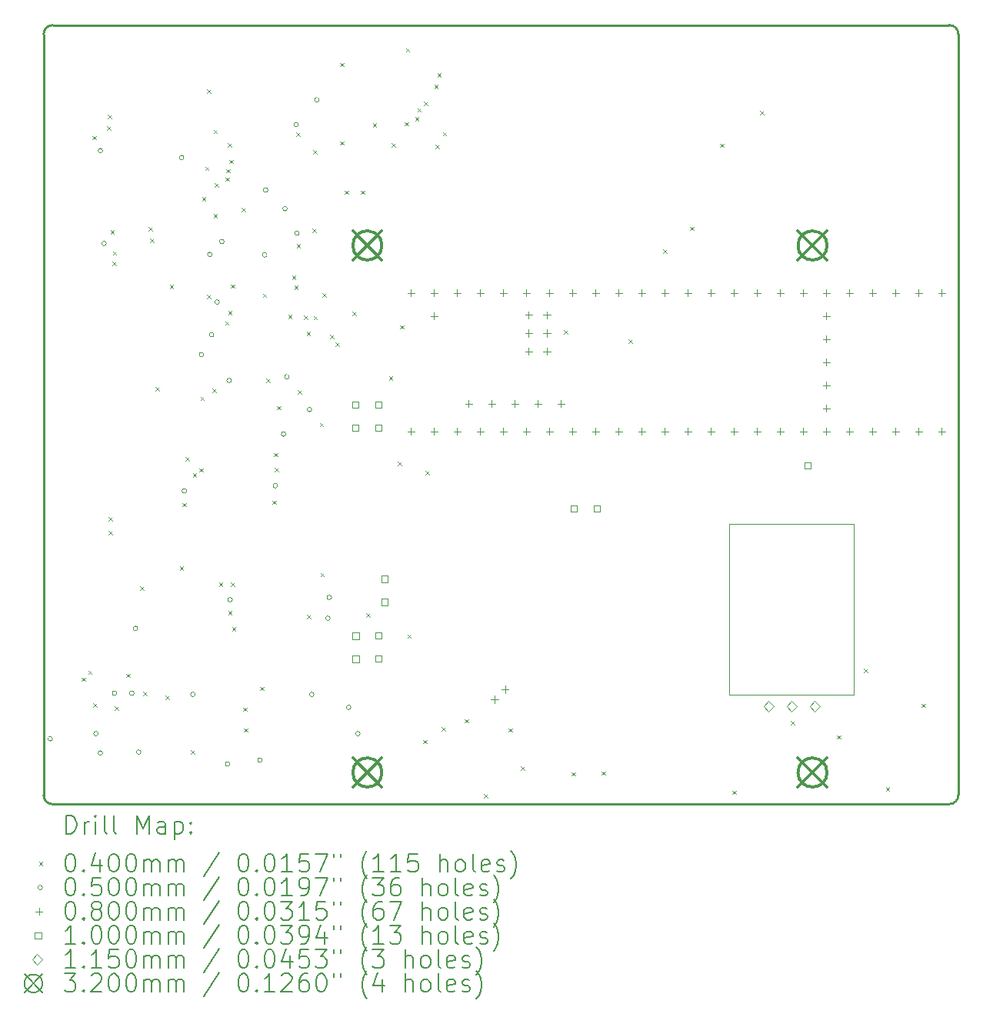
<source format=gbr>
%TF.GenerationSoftware,KiCad,Pcbnew,7.0.6*%
%TF.CreationDate,2024-05-03T22:58:34-04:00*%
%TF.ProjectId,mainbox_baclup,6d61696e-626f-4785-9f62-61636c75702e,rev?*%
%TF.SameCoordinates,Original*%
%TF.FileFunction,Drillmap*%
%TF.FilePolarity,Positive*%
%FSLAX45Y45*%
G04 Gerber Fmt 4.5, Leading zero omitted, Abs format (unit mm)*
G04 Created by KiCad (PCBNEW 7.0.6) date 2024-05-03 22:58:34*
%MOMM*%
%LPD*%
G01*
G04 APERTURE LIST*
%ADD10C,0.250000*%
%ADD11C,0.100000*%
%ADD12C,0.200000*%
%ADD13C,0.040000*%
%ADD14C,0.050000*%
%ADD15C,0.080000*%
%ADD16C,0.115000*%
%ADD17C,0.320000*%
G04 APERTURE END LIST*
D10*
X22384089Y-13323910D02*
G75*
G03*
X22484080Y-13223909I-9J100000D01*
G01*
X12515504Y-4751390D02*
G75*
G03*
X12415520Y-4851384I6J-99990D01*
G01*
X22484080Y-13223909D02*
X22484080Y-4849816D01*
D11*
X19964400Y-10236200D02*
X21336000Y-10236200D01*
X21336000Y-12115800D01*
X19964400Y-12115800D01*
X19964400Y-10236200D01*
D10*
X12415520Y-4851384D02*
X12415520Y-13224831D01*
X22384064Y-4749816D02*
X12515504Y-4751384D01*
X22484084Y-4849816D02*
G75*
G03*
X22384064Y-4749816I-100004J-4D01*
G01*
X12515529Y-13324831D02*
X22384089Y-13323909D01*
X12415519Y-13224831D02*
G75*
G03*
X12515529Y-13324831I100001J1D01*
G01*
D12*
D13*
X12832400Y-11930700D02*
X12872400Y-11970700D01*
X12872400Y-11930700D02*
X12832400Y-11970700D01*
X12905700Y-11854500D02*
X12945700Y-11894500D01*
X12945700Y-11854500D02*
X12905700Y-11894500D01*
X12954320Y-5969320D02*
X12994320Y-6009320D01*
X12994320Y-5969320D02*
X12954320Y-6009320D01*
X12960704Y-12216975D02*
X13000704Y-12256975D01*
X13000704Y-12216975D02*
X12960704Y-12256975D01*
X13111800Y-5862640D02*
X13151800Y-5902640D01*
X13151800Y-5862640D02*
X13111800Y-5902640D01*
X13121960Y-5735640D02*
X13161960Y-5775640D01*
X13161960Y-5735640D02*
X13121960Y-5775640D01*
X13132120Y-10165400D02*
X13172120Y-10205400D01*
X13172120Y-10165400D02*
X13132120Y-10205400D01*
X13132120Y-10317800D02*
X13172120Y-10357800D01*
X13172120Y-10317800D02*
X13132120Y-10357800D01*
X13152440Y-7005640D02*
X13192440Y-7045640D01*
X13192440Y-7005640D02*
X13152440Y-7045640D01*
X13172760Y-7356160D02*
X13212760Y-7396160D01*
X13212760Y-7356160D02*
X13172760Y-7396160D01*
X13177840Y-7239320D02*
X13217840Y-7279320D01*
X13217840Y-7239320D02*
X13177840Y-7279320D01*
X13200700Y-12248200D02*
X13240700Y-12288200D01*
X13240700Y-12248200D02*
X13200700Y-12288200D01*
X13325160Y-11887520D02*
X13365160Y-11927520D01*
X13365160Y-11887520D02*
X13325160Y-11927520D01*
X13480100Y-10926100D02*
X13520100Y-10966100D01*
X13520100Y-10926100D02*
X13480100Y-10966100D01*
X13510866Y-12088466D02*
X13550866Y-12128466D01*
X13550866Y-12088466D02*
X13510866Y-12128466D01*
X13569000Y-6975160D02*
X13609000Y-7015160D01*
X13609000Y-6975160D02*
X13569000Y-7015160D01*
X13589320Y-7102160D02*
X13629320Y-7142160D01*
X13629320Y-7102160D02*
X13589320Y-7142160D01*
X13645200Y-8732840D02*
X13685200Y-8772840D01*
X13685200Y-8732840D02*
X13645200Y-8772840D01*
X13759500Y-12131650D02*
X13799500Y-12171650D01*
X13799500Y-12131650D02*
X13759500Y-12171650D01*
X13802680Y-7610160D02*
X13842680Y-7650160D01*
X13842680Y-7610160D02*
X13802680Y-7650160D01*
X13914440Y-10708960D02*
X13954440Y-10748960D01*
X13954440Y-10708960D02*
X13914440Y-10748960D01*
X13944920Y-10007920D02*
X13984920Y-10047920D01*
X13984920Y-10007920D02*
X13944920Y-10047920D01*
X13975400Y-9505000D02*
X14015400Y-9545000D01*
X14015400Y-9505000D02*
X13975400Y-9545000D01*
X14038900Y-12730800D02*
X14078900Y-12770800D01*
X14078900Y-12730800D02*
X14038900Y-12770800D01*
X14056680Y-9682800D02*
X14096680Y-9722800D01*
X14096680Y-9682800D02*
X14056680Y-9722800D01*
X14127800Y-9626920D02*
X14167800Y-9666920D01*
X14167800Y-9626920D02*
X14127800Y-9666920D01*
X14143040Y-8839520D02*
X14183040Y-8879520D01*
X14183040Y-8839520D02*
X14143040Y-8879520D01*
X14158280Y-6644960D02*
X14198280Y-6684960D01*
X14198280Y-6644960D02*
X14158280Y-6684960D01*
X14193840Y-6309680D02*
X14233840Y-6349680D01*
X14233840Y-6309680D02*
X14193840Y-6349680D01*
X14214160Y-5456240D02*
X14254160Y-5496240D01*
X14254160Y-5456240D02*
X14214160Y-5496240D01*
X14214160Y-7716840D02*
X14254160Y-7756840D01*
X14254160Y-7716840D02*
X14214160Y-7756840D01*
X14275120Y-8753160D02*
X14315120Y-8793160D01*
X14315120Y-8753160D02*
X14275120Y-8793160D01*
X14285280Y-5903280D02*
X14325280Y-5943280D01*
X14325280Y-5903280D02*
X14285280Y-5943280D01*
X14285280Y-6827840D02*
X14325280Y-6867840D01*
X14325280Y-6827840D02*
X14285280Y-6867840D01*
X14300520Y-6492560D02*
X14340520Y-6532560D01*
X14340520Y-6492560D02*
X14300520Y-6532560D01*
X14346240Y-10886760D02*
X14386240Y-10926760D01*
X14386240Y-10886760D02*
X14346240Y-10926760D01*
X14412280Y-8011480D02*
X14452280Y-8051480D01*
X14452280Y-8011480D02*
X14412280Y-8051480D01*
X14417360Y-6426520D02*
X14457360Y-6466520D01*
X14457360Y-6426520D02*
X14417360Y-6466520D01*
X14427520Y-6335080D02*
X14467520Y-6375080D01*
X14467520Y-6335080D02*
X14427520Y-6375080D01*
X14444500Y-6049800D02*
X14484500Y-6089800D01*
X14484500Y-6049800D02*
X14444500Y-6089800D01*
X14447840Y-7894640D02*
X14487840Y-7934640D01*
X14487840Y-7894640D02*
X14447840Y-7934640D01*
X14447840Y-11196640D02*
X14487840Y-11236640D01*
X14487840Y-11196640D02*
X14447840Y-11236640D01*
X14458000Y-6233480D02*
X14498000Y-6273480D01*
X14498000Y-6233480D02*
X14458000Y-6273480D01*
X14478320Y-7605080D02*
X14518320Y-7645080D01*
X14518320Y-7605080D02*
X14478320Y-7645080D01*
X14478320Y-10886760D02*
X14518320Y-10926760D01*
X14518320Y-10886760D02*
X14478320Y-10926760D01*
X14488480Y-11374440D02*
X14528480Y-11414440D01*
X14528480Y-11374440D02*
X14488480Y-11414440D01*
X14595160Y-6761800D02*
X14635160Y-6801800D01*
X14635160Y-6761800D02*
X14595160Y-6801800D01*
X14610400Y-12260900D02*
X14650400Y-12300900D01*
X14650400Y-12260900D02*
X14610400Y-12300900D01*
X14623100Y-12489500D02*
X14663100Y-12529500D01*
X14663100Y-12489500D02*
X14623100Y-12529500D01*
X14800900Y-12032300D02*
X14840900Y-12072300D01*
X14840900Y-12032300D02*
X14800900Y-12072300D01*
X14828840Y-7706680D02*
X14868840Y-7746680D01*
X14868840Y-7706680D02*
X14828840Y-7746680D01*
X14864400Y-8641400D02*
X14904400Y-8681400D01*
X14904400Y-8641400D02*
X14864400Y-8681400D01*
X14935520Y-9982520D02*
X14975520Y-10022520D01*
X14975520Y-9982520D02*
X14935520Y-10022520D01*
X14950760Y-9459280D02*
X14990760Y-9499280D01*
X14990760Y-9459280D02*
X14950760Y-9499280D01*
X14960920Y-9621840D02*
X15000920Y-9661840D01*
X15000920Y-9621840D02*
X14960920Y-9661840D01*
X14986320Y-8941120D02*
X15026320Y-8981120D01*
X15026320Y-8941120D02*
X14986320Y-8981120D01*
X15108240Y-7940360D02*
X15148240Y-7980360D01*
X15148240Y-7940360D02*
X15108240Y-7980360D01*
X15148880Y-7508560D02*
X15188880Y-7548560D01*
X15188880Y-7508560D02*
X15148880Y-7548560D01*
X15174280Y-7615240D02*
X15214280Y-7655240D01*
X15214280Y-7615240D02*
X15174280Y-7655240D01*
X15194600Y-5933760D02*
X15234600Y-5973760D01*
X15234600Y-5933760D02*
X15194600Y-5973760D01*
X15199680Y-7158040D02*
X15239680Y-7198040D01*
X15239680Y-7158040D02*
X15199680Y-7198040D01*
X15214920Y-8768400D02*
X15254920Y-8808400D01*
X15254920Y-8768400D02*
X15214920Y-8808400D01*
X15280960Y-7945440D02*
X15320960Y-7985440D01*
X15320960Y-7945440D02*
X15280960Y-7985440D01*
X15311440Y-8123240D02*
X15351440Y-8163240D01*
X15351440Y-8123240D02*
X15311440Y-8163240D01*
X15316520Y-11242360D02*
X15356520Y-11282360D01*
X15356520Y-11242360D02*
X15316520Y-11282360D01*
X15372400Y-6990400D02*
X15412400Y-7030400D01*
X15412400Y-6990400D02*
X15372400Y-7030400D01*
X15385100Y-6126800D02*
X15425100Y-6166800D01*
X15425100Y-6126800D02*
X15385100Y-6166800D01*
X15387640Y-7950520D02*
X15427640Y-7990520D01*
X15427640Y-7950520D02*
X15387640Y-7990520D01*
X15453680Y-9129080D02*
X15493680Y-9169080D01*
X15493680Y-9129080D02*
X15453680Y-9169080D01*
X15463840Y-10780080D02*
X15503840Y-10820080D01*
X15503840Y-10780080D02*
X15463840Y-10820080D01*
X15484160Y-7701600D02*
X15524160Y-7741600D01*
X15524160Y-7701600D02*
X15484160Y-7741600D01*
X15571100Y-8158866D02*
X15611100Y-8198866D01*
X15611100Y-8158866D02*
X15571100Y-8198866D01*
X15626400Y-8245160D02*
X15666400Y-8285160D01*
X15666400Y-8245160D02*
X15626400Y-8285160D01*
X15677200Y-5166680D02*
X15717200Y-5206680D01*
X15717200Y-5166680D02*
X15677200Y-5206680D01*
X15677200Y-6030280D02*
X15717200Y-6070280D01*
X15717200Y-6030280D02*
X15677200Y-6070280D01*
X15728000Y-6571300D02*
X15768000Y-6611300D01*
X15768000Y-6571300D02*
X15728000Y-6611300D01*
X15814360Y-7904800D02*
X15854360Y-7944800D01*
X15854360Y-7904800D02*
X15814360Y-7944800D01*
X15905800Y-6571300D02*
X15945800Y-6611300D01*
X15945800Y-6571300D02*
X15905800Y-6611300D01*
X15966760Y-11222040D02*
X16006760Y-11262040D01*
X16006760Y-11222040D02*
X15966760Y-11262040D01*
X16037880Y-5832160D02*
X16077880Y-5872160D01*
X16077880Y-5832160D02*
X16037880Y-5872160D01*
X16215680Y-8616000D02*
X16255680Y-8656000D01*
X16255680Y-8616000D02*
X16215680Y-8656000D01*
X16248700Y-6053140D02*
X16288700Y-6093140D01*
X16288700Y-6053140D02*
X16248700Y-6093140D01*
X16312200Y-9555800D02*
X16352200Y-9595800D01*
X16352200Y-9555800D02*
X16312200Y-9595800D01*
X16337600Y-8052120D02*
X16377600Y-8092120D01*
X16377600Y-8052120D02*
X16337600Y-8092120D01*
X16388400Y-5816920D02*
X16428400Y-5856920D01*
X16428400Y-5816920D02*
X16388400Y-5856920D01*
X16403640Y-5004120D02*
X16443640Y-5044120D01*
X16443640Y-5004120D02*
X16403640Y-5044120D01*
X16418880Y-11455720D02*
X16458880Y-11495720D01*
X16458880Y-11455720D02*
X16418880Y-11495720D01*
X16505240Y-5761040D02*
X16545240Y-5801040D01*
X16545240Y-5761040D02*
X16505240Y-5801040D01*
X16530640Y-5664520D02*
X16570640Y-5704520D01*
X16570640Y-5664520D02*
X16530640Y-5704520D01*
X16591600Y-12616500D02*
X16631600Y-12656500D01*
X16631600Y-12616500D02*
X16591600Y-12656500D01*
X16601760Y-5593400D02*
X16641760Y-5633400D01*
X16641760Y-5593400D02*
X16601760Y-5633400D01*
X16617000Y-9657400D02*
X16657000Y-9697400D01*
X16657000Y-9657400D02*
X16617000Y-9697400D01*
X16715635Y-5408003D02*
X16755635Y-5448003D01*
X16755635Y-5408003D02*
X16715635Y-5448003D01*
X16728760Y-6065840D02*
X16768760Y-6105840D01*
X16768760Y-6065840D02*
X16728760Y-6105840D01*
X16749080Y-5278440D02*
X16789080Y-5318440D01*
X16789080Y-5278440D02*
X16749080Y-5318440D01*
X16794800Y-12476800D02*
X16834800Y-12516800D01*
X16834800Y-12476800D02*
X16794800Y-12516800D01*
X16810040Y-5928680D02*
X16850040Y-5968680D01*
X16850040Y-5928680D02*
X16810040Y-5968680D01*
X17048800Y-12387900D02*
X17088800Y-12427900D01*
X17088800Y-12387900D02*
X17048800Y-12427900D01*
X17264700Y-13213400D02*
X17304700Y-13253400D01*
X17304700Y-13213400D02*
X17264700Y-13253400D01*
X17531400Y-12489500D02*
X17571400Y-12529500D01*
X17571400Y-12489500D02*
X17531400Y-12529500D01*
X17671100Y-12908600D02*
X17711100Y-12948600D01*
X17711100Y-12908600D02*
X17671100Y-12948600D01*
X18141000Y-8108000D02*
X18181000Y-8148000D01*
X18181000Y-8108000D02*
X18141000Y-8148000D01*
X18229900Y-12972100D02*
X18269900Y-13012100D01*
X18269900Y-12972100D02*
X18229900Y-13012100D01*
X18560100Y-12963900D02*
X18600100Y-13003900D01*
X18600100Y-12963900D02*
X18560100Y-13003900D01*
X18852200Y-8209600D02*
X18892200Y-8249600D01*
X18892200Y-8209600D02*
X18852200Y-8249600D01*
X19233200Y-7219000D02*
X19273200Y-7259000D01*
X19273200Y-7219000D02*
X19233200Y-7259000D01*
X19532920Y-6970080D02*
X19572920Y-7010080D01*
X19572920Y-6970080D02*
X19532920Y-7010080D01*
X19863120Y-6055680D02*
X19903120Y-6095680D01*
X19903120Y-6055680D02*
X19863120Y-6095680D01*
X19995200Y-13175300D02*
X20035200Y-13215300D01*
X20035200Y-13175300D02*
X19995200Y-13215300D01*
X20300000Y-5695000D02*
X20340000Y-5735000D01*
X20340000Y-5695000D02*
X20300000Y-5735000D01*
X20640360Y-12410760D02*
X20680360Y-12450760D01*
X20680360Y-12410760D02*
X20640360Y-12450760D01*
X21148360Y-12565150D02*
X21188360Y-12605150D01*
X21188360Y-12565150D02*
X21148360Y-12605150D01*
X21443000Y-11831640D02*
X21483000Y-11871640D01*
X21483000Y-11831640D02*
X21443000Y-11871640D01*
X21686840Y-13139740D02*
X21726840Y-13179740D01*
X21726840Y-13139740D02*
X21686840Y-13179740D01*
X22078000Y-12217720D02*
X22118000Y-12257720D01*
X22118000Y-12217720D02*
X22078000Y-12257720D01*
D14*
X12512580Y-12604748D02*
G75*
G03*
X12512580Y-12604748I-25000J0D01*
G01*
X13017100Y-12547600D02*
G75*
G03*
X13017100Y-12547600I-25000J0D01*
G01*
X13065360Y-6131560D02*
G75*
G03*
X13065360Y-6131560I-25000J0D01*
G01*
X13065360Y-12760960D02*
G75*
G03*
X13065360Y-12760960I-25000J0D01*
G01*
X13105550Y-7152640D02*
G75*
G03*
X13105550Y-7152640I-25000J0D01*
G01*
X13220300Y-12103100D02*
G75*
G03*
X13220300Y-12103100I-25000J0D01*
G01*
X13410800Y-12103100D02*
G75*
G03*
X13410800Y-12103100I-25000J0D01*
G01*
X13451440Y-11389360D02*
G75*
G03*
X13451440Y-11389360I-25000J0D01*
G01*
X13487000Y-12750800D02*
G75*
G03*
X13487000Y-12750800I-25000J0D01*
G01*
X13959440Y-6207760D02*
G75*
G03*
X13959440Y-6207760I-25000J0D01*
G01*
X13989920Y-9875520D02*
G75*
G03*
X13989920Y-9875520I-25000J0D01*
G01*
X14083900Y-12115800D02*
G75*
G03*
X14083900Y-12115800I-25000J0D01*
G01*
X14177880Y-8376920D02*
G75*
G03*
X14177880Y-8376920I-25000J0D01*
G01*
X14269320Y-7274950D02*
G75*
G03*
X14269320Y-7274950I-25000J0D01*
G01*
X14289640Y-8158480D02*
G75*
G03*
X14289640Y-8158480I-25000J0D01*
G01*
X14350600Y-7797800D02*
G75*
G03*
X14350600Y-7797800I-25000J0D01*
G01*
X14401400Y-7132320D02*
G75*
G03*
X14401400Y-7132320I-25000J0D01*
G01*
X14464900Y-12882550D02*
G75*
G03*
X14464900Y-12882550I-25000J0D01*
G01*
X14482680Y-8661400D02*
G75*
G03*
X14482680Y-8661400I-25000J0D01*
G01*
X14492840Y-11074400D02*
G75*
G03*
X14492840Y-11074400I-25000J0D01*
G01*
X14820500Y-12839700D02*
G75*
G03*
X14820500Y-12839700I-25000J0D01*
G01*
X14873840Y-7279850D02*
G75*
G03*
X14873840Y-7279850I-25000J0D01*
G01*
X14884000Y-6565900D02*
G75*
G03*
X14884000Y-6565900I-25000J0D01*
G01*
X14990680Y-9819640D02*
G75*
G03*
X14990680Y-9819640I-25000J0D01*
G01*
X15082120Y-9250680D02*
G75*
G03*
X15082120Y-9250680I-25000J0D01*
G01*
X15097360Y-6771640D02*
G75*
G03*
X15097360Y-6771640I-25000J0D01*
G01*
X15117680Y-8620760D02*
G75*
G03*
X15117680Y-8620760I-25000J0D01*
G01*
X15219280Y-5846280D02*
G75*
G03*
X15219280Y-5846280I-25000J0D01*
G01*
X15229440Y-7040880D02*
G75*
G03*
X15229440Y-7040880I-25000J0D01*
G01*
X15366600Y-8981440D02*
G75*
G03*
X15366600Y-8981440I-25000J0D01*
G01*
X15392000Y-12115800D02*
G75*
G03*
X15392000Y-12115800I-25000J0D01*
G01*
X15447880Y-5572760D02*
G75*
G03*
X15447880Y-5572760I-25000J0D01*
G01*
X15569800Y-11277600D02*
G75*
G03*
X15569800Y-11277600I-25000J0D01*
G01*
X15585040Y-11049000D02*
G75*
G03*
X15585040Y-11049000I-25000J0D01*
G01*
X15798400Y-12259130D02*
G75*
G03*
X15798400Y-12259130I-25000J0D01*
G01*
X15900000Y-12547600D02*
G75*
G03*
X15900000Y-12547600I-25000J0D01*
G01*
D15*
X16459200Y-7656200D02*
X16459200Y-7736200D01*
X16419200Y-7696200D02*
X16499200Y-7696200D01*
X16459200Y-9180200D02*
X16459200Y-9260200D01*
X16419200Y-9220200D02*
X16499200Y-9220200D01*
X16713200Y-7656200D02*
X16713200Y-7736200D01*
X16673200Y-7696200D02*
X16753200Y-7696200D01*
X16713200Y-7910200D02*
X16713200Y-7990200D01*
X16673200Y-7950200D02*
X16753200Y-7950200D01*
X16713200Y-9180200D02*
X16713200Y-9260200D01*
X16673200Y-9220200D02*
X16753200Y-9220200D01*
X16967200Y-7656200D02*
X16967200Y-7736200D01*
X16927200Y-7696200D02*
X17007200Y-7696200D01*
X16967200Y-9180200D02*
X16967200Y-9260200D01*
X16927200Y-9220200D02*
X17007200Y-9220200D01*
X17094200Y-8875200D02*
X17094200Y-8955200D01*
X17054200Y-8915200D02*
X17134200Y-8915200D01*
X17221200Y-7656200D02*
X17221200Y-7736200D01*
X17181200Y-7696200D02*
X17261200Y-7696200D01*
X17221200Y-9180200D02*
X17221200Y-9260200D01*
X17181200Y-9220200D02*
X17261200Y-9220200D01*
X17348200Y-8875200D02*
X17348200Y-8955200D01*
X17308200Y-8915200D02*
X17388200Y-8915200D01*
X17379400Y-12131400D02*
X17379400Y-12211400D01*
X17339400Y-12171400D02*
X17419400Y-12171400D01*
X17475200Y-7656200D02*
X17475200Y-7736200D01*
X17435200Y-7696200D02*
X17515200Y-7696200D01*
X17475200Y-9180200D02*
X17475200Y-9260200D01*
X17435200Y-9220200D02*
X17515200Y-9220200D01*
X17495400Y-12019400D02*
X17495400Y-12099400D01*
X17455400Y-12059400D02*
X17535400Y-12059400D01*
X17602200Y-8875200D02*
X17602200Y-8955200D01*
X17562200Y-8915200D02*
X17642200Y-8915200D01*
X17729200Y-7656200D02*
X17729200Y-7736200D01*
X17689200Y-7696200D02*
X17769200Y-7696200D01*
X17729200Y-9180200D02*
X17729200Y-9260200D01*
X17689200Y-9220200D02*
X17769200Y-9220200D01*
X17756200Y-7901200D02*
X17756200Y-7981200D01*
X17716200Y-7941200D02*
X17796200Y-7941200D01*
X17756200Y-8101200D02*
X17756200Y-8181200D01*
X17716200Y-8141200D02*
X17796200Y-8141200D01*
X17756200Y-8301200D02*
X17756200Y-8381200D01*
X17716200Y-8341200D02*
X17796200Y-8341200D01*
X17856200Y-8875200D02*
X17856200Y-8955200D01*
X17816200Y-8915200D02*
X17896200Y-8915200D01*
X17956200Y-7901200D02*
X17956200Y-7981200D01*
X17916200Y-7941200D02*
X17996200Y-7941200D01*
X17956200Y-8101200D02*
X17956200Y-8181200D01*
X17916200Y-8141200D02*
X17996200Y-8141200D01*
X17956200Y-8301200D02*
X17956200Y-8381200D01*
X17916200Y-8341200D02*
X17996200Y-8341200D01*
X17983200Y-7656200D02*
X17983200Y-7736200D01*
X17943200Y-7696200D02*
X18023200Y-7696200D01*
X17983200Y-9180200D02*
X17983200Y-9260200D01*
X17943200Y-9220200D02*
X18023200Y-9220200D01*
X18110200Y-8875200D02*
X18110200Y-8955200D01*
X18070200Y-8915200D02*
X18150200Y-8915200D01*
X18237200Y-7656200D02*
X18237200Y-7736200D01*
X18197200Y-7696200D02*
X18277200Y-7696200D01*
X18237200Y-9180200D02*
X18237200Y-9260200D01*
X18197200Y-9220200D02*
X18277200Y-9220200D01*
X18491200Y-7656200D02*
X18491200Y-7736200D01*
X18451200Y-7696200D02*
X18531200Y-7696200D01*
X18491200Y-9180200D02*
X18491200Y-9260200D01*
X18451200Y-9220200D02*
X18531200Y-9220200D01*
X18745200Y-7656200D02*
X18745200Y-7736200D01*
X18705200Y-7696200D02*
X18785200Y-7696200D01*
X18745200Y-9180200D02*
X18745200Y-9260200D01*
X18705200Y-9220200D02*
X18785200Y-9220200D01*
X18999200Y-7656200D02*
X18999200Y-7736200D01*
X18959200Y-7696200D02*
X19039200Y-7696200D01*
X18999200Y-9180200D02*
X18999200Y-9260200D01*
X18959200Y-9220200D02*
X19039200Y-9220200D01*
X19253200Y-7656200D02*
X19253200Y-7736200D01*
X19213200Y-7696200D02*
X19293200Y-7696200D01*
X19253200Y-9180200D02*
X19253200Y-9260200D01*
X19213200Y-9220200D02*
X19293200Y-9220200D01*
X19507200Y-7656200D02*
X19507200Y-7736200D01*
X19467200Y-7696200D02*
X19547200Y-7696200D01*
X19507200Y-9180200D02*
X19507200Y-9260200D01*
X19467200Y-9220200D02*
X19547200Y-9220200D01*
X19761200Y-7656200D02*
X19761200Y-7736200D01*
X19721200Y-7696200D02*
X19801200Y-7696200D01*
X19761200Y-9180200D02*
X19761200Y-9260200D01*
X19721200Y-9220200D02*
X19801200Y-9220200D01*
X20015200Y-7656200D02*
X20015200Y-7736200D01*
X19975200Y-7696200D02*
X20055200Y-7696200D01*
X20015200Y-9180200D02*
X20015200Y-9260200D01*
X19975200Y-9220200D02*
X20055200Y-9220200D01*
X20269200Y-7656200D02*
X20269200Y-7736200D01*
X20229200Y-7696200D02*
X20309200Y-7696200D01*
X20269200Y-9180200D02*
X20269200Y-9260200D01*
X20229200Y-9220200D02*
X20309200Y-9220200D01*
X20523200Y-7656200D02*
X20523200Y-7736200D01*
X20483200Y-7696200D02*
X20563200Y-7696200D01*
X20523200Y-9180200D02*
X20523200Y-9260200D01*
X20483200Y-9220200D02*
X20563200Y-9220200D01*
X20777200Y-7656200D02*
X20777200Y-7736200D01*
X20737200Y-7696200D02*
X20817200Y-7696200D01*
X20777200Y-9180200D02*
X20777200Y-9260200D01*
X20737200Y-9220200D02*
X20817200Y-9220200D01*
X21031200Y-7656200D02*
X21031200Y-7736200D01*
X20991200Y-7696200D02*
X21071200Y-7696200D01*
X21031200Y-7910200D02*
X21031200Y-7990200D01*
X20991200Y-7950200D02*
X21071200Y-7950200D01*
X21031200Y-8164200D02*
X21031200Y-8244200D01*
X20991200Y-8204200D02*
X21071200Y-8204200D01*
X21031200Y-8418200D02*
X21031200Y-8498200D01*
X20991200Y-8458200D02*
X21071200Y-8458200D01*
X21031200Y-8672200D02*
X21031200Y-8752200D01*
X20991200Y-8712200D02*
X21071200Y-8712200D01*
X21031200Y-8926200D02*
X21031200Y-9006200D01*
X20991200Y-8966200D02*
X21071200Y-8966200D01*
X21031200Y-9180200D02*
X21031200Y-9260200D01*
X20991200Y-9220200D02*
X21071200Y-9220200D01*
X21285200Y-7656200D02*
X21285200Y-7736200D01*
X21245200Y-7696200D02*
X21325200Y-7696200D01*
X21285200Y-9180200D02*
X21285200Y-9260200D01*
X21245200Y-9220200D02*
X21325200Y-9220200D01*
X21539200Y-7656200D02*
X21539200Y-7736200D01*
X21499200Y-7696200D02*
X21579200Y-7696200D01*
X21539200Y-9180200D02*
X21539200Y-9260200D01*
X21499200Y-9220200D02*
X21579200Y-9220200D01*
X21793200Y-7656200D02*
X21793200Y-7736200D01*
X21753200Y-7696200D02*
X21833200Y-7696200D01*
X21793200Y-9180200D02*
X21793200Y-9260200D01*
X21753200Y-9220200D02*
X21833200Y-9220200D01*
X22047200Y-7656200D02*
X22047200Y-7736200D01*
X22007200Y-7696200D02*
X22087200Y-7696200D01*
X22047200Y-9180200D02*
X22047200Y-9260200D01*
X22007200Y-9220200D02*
X22087200Y-9220200D01*
X22301200Y-7656200D02*
X22301200Y-7736200D01*
X22261200Y-7696200D02*
X22341200Y-7696200D01*
X22301200Y-9180200D02*
X22301200Y-9260200D01*
X22261200Y-9220200D02*
X22341200Y-9220200D01*
D11*
X15884456Y-8963456D02*
X15884456Y-8892744D01*
X15813744Y-8892744D01*
X15813744Y-8963456D01*
X15884456Y-8963456D01*
X15884456Y-9217456D02*
X15884456Y-9146744D01*
X15813744Y-9146744D01*
X15813744Y-9217456D01*
X15884456Y-9217456D01*
X15885156Y-11506256D02*
X15885156Y-11435544D01*
X15814444Y-11435544D01*
X15814444Y-11506256D01*
X15885156Y-11506256D01*
X15885156Y-11760256D02*
X15885156Y-11689544D01*
X15814444Y-11689544D01*
X15814444Y-11760256D01*
X15885156Y-11760256D01*
X16138456Y-8963456D02*
X16138456Y-8892744D01*
X16067744Y-8892744D01*
X16067744Y-8963456D01*
X16138456Y-8963456D01*
X16138456Y-9217456D02*
X16138456Y-9146744D01*
X16067744Y-9146744D01*
X16067744Y-9217456D01*
X16138456Y-9217456D01*
X16138956Y-11502956D02*
X16138956Y-11432244D01*
X16068244Y-11432244D01*
X16068244Y-11502956D01*
X16138956Y-11502956D01*
X16138956Y-11756956D02*
X16138956Y-11686244D01*
X16068244Y-11686244D01*
X16068244Y-11756956D01*
X16138956Y-11756956D01*
X16202456Y-10881156D02*
X16202456Y-10810444D01*
X16131744Y-10810444D01*
X16131744Y-10881156D01*
X16202456Y-10881156D01*
X16202456Y-11135156D02*
X16202456Y-11064444D01*
X16131744Y-11064444D01*
X16131744Y-11135156D01*
X16202456Y-11135156D01*
X18285256Y-10106456D02*
X18285256Y-10035744D01*
X18214544Y-10035744D01*
X18214544Y-10106456D01*
X18285256Y-10106456D01*
X18539256Y-10106456D02*
X18539256Y-10035744D01*
X18468544Y-10035744D01*
X18468544Y-10106456D01*
X18539256Y-10106456D01*
X20858276Y-9631476D02*
X20858276Y-9560764D01*
X20787564Y-9560764D01*
X20787564Y-9631476D01*
X20858276Y-9631476D01*
D16*
X20396200Y-12304000D02*
X20453700Y-12246500D01*
X20396200Y-12189000D01*
X20338700Y-12246500D01*
X20396200Y-12304000D01*
X20650200Y-12304000D02*
X20707700Y-12246500D01*
X20650200Y-12189000D01*
X20592700Y-12246500D01*
X20650200Y-12304000D01*
X20904200Y-12304000D02*
X20961700Y-12246500D01*
X20904200Y-12189000D01*
X20846700Y-12246500D01*
X20904200Y-12304000D01*
D17*
X15818800Y-7015500D02*
X16138800Y-7335500D01*
X16138800Y-7015500D02*
X15818800Y-7335500D01*
X16138800Y-7175500D02*
G75*
G03*
X16138800Y-7175500I-160000J0D01*
G01*
X15818800Y-12815500D02*
X16138800Y-13135500D01*
X16138800Y-12815500D02*
X15818800Y-13135500D01*
X16138800Y-12975500D02*
G75*
G03*
X16138800Y-12975500I-160000J0D01*
G01*
X20718800Y-7015500D02*
X21038800Y-7335500D01*
X21038800Y-7015500D02*
X20718800Y-7335500D01*
X21038800Y-7175500D02*
G75*
G03*
X21038800Y-7175500I-160000J0D01*
G01*
X20718800Y-12815500D02*
X21038800Y-13135500D01*
X21038800Y-12815500D02*
X20718800Y-13135500D01*
X21038800Y-12975500D02*
G75*
G03*
X21038800Y-12975500I-160000J0D01*
G01*
D12*
X12663797Y-13648814D02*
X12663797Y-13448814D01*
X12663797Y-13448814D02*
X12711416Y-13448814D01*
X12711416Y-13448814D02*
X12739987Y-13458338D01*
X12739987Y-13458338D02*
X12759035Y-13477386D01*
X12759035Y-13477386D02*
X12768559Y-13496433D01*
X12768559Y-13496433D02*
X12778082Y-13534529D01*
X12778082Y-13534529D02*
X12778082Y-13563100D01*
X12778082Y-13563100D02*
X12768559Y-13601195D01*
X12768559Y-13601195D02*
X12759035Y-13620243D01*
X12759035Y-13620243D02*
X12739987Y-13639291D01*
X12739987Y-13639291D02*
X12711416Y-13648814D01*
X12711416Y-13648814D02*
X12663797Y-13648814D01*
X12863797Y-13648814D02*
X12863797Y-13515481D01*
X12863797Y-13553576D02*
X12873321Y-13534529D01*
X12873321Y-13534529D02*
X12882844Y-13525005D01*
X12882844Y-13525005D02*
X12901892Y-13515481D01*
X12901892Y-13515481D02*
X12920940Y-13515481D01*
X12987606Y-13648814D02*
X12987606Y-13515481D01*
X12987606Y-13448814D02*
X12978082Y-13458338D01*
X12978082Y-13458338D02*
X12987606Y-13467862D01*
X12987606Y-13467862D02*
X12997130Y-13458338D01*
X12997130Y-13458338D02*
X12987606Y-13448814D01*
X12987606Y-13448814D02*
X12987606Y-13467862D01*
X13111416Y-13648814D02*
X13092368Y-13639291D01*
X13092368Y-13639291D02*
X13082844Y-13620243D01*
X13082844Y-13620243D02*
X13082844Y-13448814D01*
X13216178Y-13648814D02*
X13197130Y-13639291D01*
X13197130Y-13639291D02*
X13187606Y-13620243D01*
X13187606Y-13620243D02*
X13187606Y-13448814D01*
X13444749Y-13648814D02*
X13444749Y-13448814D01*
X13444749Y-13448814D02*
X13511416Y-13591672D01*
X13511416Y-13591672D02*
X13578082Y-13448814D01*
X13578082Y-13448814D02*
X13578082Y-13648814D01*
X13759035Y-13648814D02*
X13759035Y-13544053D01*
X13759035Y-13544053D02*
X13749511Y-13525005D01*
X13749511Y-13525005D02*
X13730463Y-13515481D01*
X13730463Y-13515481D02*
X13692368Y-13515481D01*
X13692368Y-13515481D02*
X13673321Y-13525005D01*
X13759035Y-13639291D02*
X13739987Y-13648814D01*
X13739987Y-13648814D02*
X13692368Y-13648814D01*
X13692368Y-13648814D02*
X13673321Y-13639291D01*
X13673321Y-13639291D02*
X13663797Y-13620243D01*
X13663797Y-13620243D02*
X13663797Y-13601195D01*
X13663797Y-13601195D02*
X13673321Y-13582148D01*
X13673321Y-13582148D02*
X13692368Y-13572624D01*
X13692368Y-13572624D02*
X13739987Y-13572624D01*
X13739987Y-13572624D02*
X13759035Y-13563100D01*
X13854273Y-13515481D02*
X13854273Y-13715481D01*
X13854273Y-13525005D02*
X13873321Y-13515481D01*
X13873321Y-13515481D02*
X13911416Y-13515481D01*
X13911416Y-13515481D02*
X13930463Y-13525005D01*
X13930463Y-13525005D02*
X13939987Y-13534529D01*
X13939987Y-13534529D02*
X13949511Y-13553576D01*
X13949511Y-13553576D02*
X13949511Y-13610719D01*
X13949511Y-13610719D02*
X13939987Y-13629767D01*
X13939987Y-13629767D02*
X13930463Y-13639291D01*
X13930463Y-13639291D02*
X13911416Y-13648814D01*
X13911416Y-13648814D02*
X13873321Y-13648814D01*
X13873321Y-13648814D02*
X13854273Y-13639291D01*
X14035225Y-13629767D02*
X14044749Y-13639291D01*
X14044749Y-13639291D02*
X14035225Y-13648814D01*
X14035225Y-13648814D02*
X14025702Y-13639291D01*
X14025702Y-13639291D02*
X14035225Y-13629767D01*
X14035225Y-13629767D02*
X14035225Y-13648814D01*
X14035225Y-13525005D02*
X14044749Y-13534529D01*
X14044749Y-13534529D02*
X14035225Y-13544053D01*
X14035225Y-13544053D02*
X14025702Y-13534529D01*
X14025702Y-13534529D02*
X14035225Y-13525005D01*
X14035225Y-13525005D02*
X14035225Y-13544053D01*
D13*
X12363020Y-13957331D02*
X12403020Y-13997331D01*
X12403020Y-13957331D02*
X12363020Y-13997331D01*
D12*
X12701892Y-13868814D02*
X12720940Y-13868814D01*
X12720940Y-13868814D02*
X12739987Y-13878338D01*
X12739987Y-13878338D02*
X12749511Y-13887862D01*
X12749511Y-13887862D02*
X12759035Y-13906910D01*
X12759035Y-13906910D02*
X12768559Y-13945005D01*
X12768559Y-13945005D02*
X12768559Y-13992624D01*
X12768559Y-13992624D02*
X12759035Y-14030719D01*
X12759035Y-14030719D02*
X12749511Y-14049767D01*
X12749511Y-14049767D02*
X12739987Y-14059291D01*
X12739987Y-14059291D02*
X12720940Y-14068814D01*
X12720940Y-14068814D02*
X12701892Y-14068814D01*
X12701892Y-14068814D02*
X12682844Y-14059291D01*
X12682844Y-14059291D02*
X12673321Y-14049767D01*
X12673321Y-14049767D02*
X12663797Y-14030719D01*
X12663797Y-14030719D02*
X12654273Y-13992624D01*
X12654273Y-13992624D02*
X12654273Y-13945005D01*
X12654273Y-13945005D02*
X12663797Y-13906910D01*
X12663797Y-13906910D02*
X12673321Y-13887862D01*
X12673321Y-13887862D02*
X12682844Y-13878338D01*
X12682844Y-13878338D02*
X12701892Y-13868814D01*
X12854273Y-14049767D02*
X12863797Y-14059291D01*
X12863797Y-14059291D02*
X12854273Y-14068814D01*
X12854273Y-14068814D02*
X12844749Y-14059291D01*
X12844749Y-14059291D02*
X12854273Y-14049767D01*
X12854273Y-14049767D02*
X12854273Y-14068814D01*
X13035225Y-13935481D02*
X13035225Y-14068814D01*
X12987606Y-13859291D02*
X12939987Y-14002148D01*
X12939987Y-14002148D02*
X13063797Y-14002148D01*
X13178082Y-13868814D02*
X13197130Y-13868814D01*
X13197130Y-13868814D02*
X13216178Y-13878338D01*
X13216178Y-13878338D02*
X13225702Y-13887862D01*
X13225702Y-13887862D02*
X13235225Y-13906910D01*
X13235225Y-13906910D02*
X13244749Y-13945005D01*
X13244749Y-13945005D02*
X13244749Y-13992624D01*
X13244749Y-13992624D02*
X13235225Y-14030719D01*
X13235225Y-14030719D02*
X13225702Y-14049767D01*
X13225702Y-14049767D02*
X13216178Y-14059291D01*
X13216178Y-14059291D02*
X13197130Y-14068814D01*
X13197130Y-14068814D02*
X13178082Y-14068814D01*
X13178082Y-14068814D02*
X13159035Y-14059291D01*
X13159035Y-14059291D02*
X13149511Y-14049767D01*
X13149511Y-14049767D02*
X13139987Y-14030719D01*
X13139987Y-14030719D02*
X13130463Y-13992624D01*
X13130463Y-13992624D02*
X13130463Y-13945005D01*
X13130463Y-13945005D02*
X13139987Y-13906910D01*
X13139987Y-13906910D02*
X13149511Y-13887862D01*
X13149511Y-13887862D02*
X13159035Y-13878338D01*
X13159035Y-13878338D02*
X13178082Y-13868814D01*
X13368559Y-13868814D02*
X13387606Y-13868814D01*
X13387606Y-13868814D02*
X13406654Y-13878338D01*
X13406654Y-13878338D02*
X13416178Y-13887862D01*
X13416178Y-13887862D02*
X13425702Y-13906910D01*
X13425702Y-13906910D02*
X13435225Y-13945005D01*
X13435225Y-13945005D02*
X13435225Y-13992624D01*
X13435225Y-13992624D02*
X13425702Y-14030719D01*
X13425702Y-14030719D02*
X13416178Y-14049767D01*
X13416178Y-14049767D02*
X13406654Y-14059291D01*
X13406654Y-14059291D02*
X13387606Y-14068814D01*
X13387606Y-14068814D02*
X13368559Y-14068814D01*
X13368559Y-14068814D02*
X13349511Y-14059291D01*
X13349511Y-14059291D02*
X13339987Y-14049767D01*
X13339987Y-14049767D02*
X13330463Y-14030719D01*
X13330463Y-14030719D02*
X13320940Y-13992624D01*
X13320940Y-13992624D02*
X13320940Y-13945005D01*
X13320940Y-13945005D02*
X13330463Y-13906910D01*
X13330463Y-13906910D02*
X13339987Y-13887862D01*
X13339987Y-13887862D02*
X13349511Y-13878338D01*
X13349511Y-13878338D02*
X13368559Y-13868814D01*
X13520940Y-14068814D02*
X13520940Y-13935481D01*
X13520940Y-13954529D02*
X13530463Y-13945005D01*
X13530463Y-13945005D02*
X13549511Y-13935481D01*
X13549511Y-13935481D02*
X13578083Y-13935481D01*
X13578083Y-13935481D02*
X13597130Y-13945005D01*
X13597130Y-13945005D02*
X13606654Y-13964053D01*
X13606654Y-13964053D02*
X13606654Y-14068814D01*
X13606654Y-13964053D02*
X13616178Y-13945005D01*
X13616178Y-13945005D02*
X13635225Y-13935481D01*
X13635225Y-13935481D02*
X13663797Y-13935481D01*
X13663797Y-13935481D02*
X13682844Y-13945005D01*
X13682844Y-13945005D02*
X13692368Y-13964053D01*
X13692368Y-13964053D02*
X13692368Y-14068814D01*
X13787606Y-14068814D02*
X13787606Y-13935481D01*
X13787606Y-13954529D02*
X13797130Y-13945005D01*
X13797130Y-13945005D02*
X13816178Y-13935481D01*
X13816178Y-13935481D02*
X13844749Y-13935481D01*
X13844749Y-13935481D02*
X13863797Y-13945005D01*
X13863797Y-13945005D02*
X13873321Y-13964053D01*
X13873321Y-13964053D02*
X13873321Y-14068814D01*
X13873321Y-13964053D02*
X13882844Y-13945005D01*
X13882844Y-13945005D02*
X13901892Y-13935481D01*
X13901892Y-13935481D02*
X13930463Y-13935481D01*
X13930463Y-13935481D02*
X13949511Y-13945005D01*
X13949511Y-13945005D02*
X13959035Y-13964053D01*
X13959035Y-13964053D02*
X13959035Y-14068814D01*
X14349511Y-13859291D02*
X14178083Y-14116433D01*
X14606654Y-13868814D02*
X14625702Y-13868814D01*
X14625702Y-13868814D02*
X14644749Y-13878338D01*
X14644749Y-13878338D02*
X14654273Y-13887862D01*
X14654273Y-13887862D02*
X14663797Y-13906910D01*
X14663797Y-13906910D02*
X14673321Y-13945005D01*
X14673321Y-13945005D02*
X14673321Y-13992624D01*
X14673321Y-13992624D02*
X14663797Y-14030719D01*
X14663797Y-14030719D02*
X14654273Y-14049767D01*
X14654273Y-14049767D02*
X14644749Y-14059291D01*
X14644749Y-14059291D02*
X14625702Y-14068814D01*
X14625702Y-14068814D02*
X14606654Y-14068814D01*
X14606654Y-14068814D02*
X14587606Y-14059291D01*
X14587606Y-14059291D02*
X14578083Y-14049767D01*
X14578083Y-14049767D02*
X14568559Y-14030719D01*
X14568559Y-14030719D02*
X14559035Y-13992624D01*
X14559035Y-13992624D02*
X14559035Y-13945005D01*
X14559035Y-13945005D02*
X14568559Y-13906910D01*
X14568559Y-13906910D02*
X14578083Y-13887862D01*
X14578083Y-13887862D02*
X14587606Y-13878338D01*
X14587606Y-13878338D02*
X14606654Y-13868814D01*
X14759035Y-14049767D02*
X14768559Y-14059291D01*
X14768559Y-14059291D02*
X14759035Y-14068814D01*
X14759035Y-14068814D02*
X14749511Y-14059291D01*
X14749511Y-14059291D02*
X14759035Y-14049767D01*
X14759035Y-14049767D02*
X14759035Y-14068814D01*
X14892368Y-13868814D02*
X14911416Y-13868814D01*
X14911416Y-13868814D02*
X14930464Y-13878338D01*
X14930464Y-13878338D02*
X14939987Y-13887862D01*
X14939987Y-13887862D02*
X14949511Y-13906910D01*
X14949511Y-13906910D02*
X14959035Y-13945005D01*
X14959035Y-13945005D02*
X14959035Y-13992624D01*
X14959035Y-13992624D02*
X14949511Y-14030719D01*
X14949511Y-14030719D02*
X14939987Y-14049767D01*
X14939987Y-14049767D02*
X14930464Y-14059291D01*
X14930464Y-14059291D02*
X14911416Y-14068814D01*
X14911416Y-14068814D02*
X14892368Y-14068814D01*
X14892368Y-14068814D02*
X14873321Y-14059291D01*
X14873321Y-14059291D02*
X14863797Y-14049767D01*
X14863797Y-14049767D02*
X14854273Y-14030719D01*
X14854273Y-14030719D02*
X14844749Y-13992624D01*
X14844749Y-13992624D02*
X14844749Y-13945005D01*
X14844749Y-13945005D02*
X14854273Y-13906910D01*
X14854273Y-13906910D02*
X14863797Y-13887862D01*
X14863797Y-13887862D02*
X14873321Y-13878338D01*
X14873321Y-13878338D02*
X14892368Y-13868814D01*
X15149511Y-14068814D02*
X15035226Y-14068814D01*
X15092368Y-14068814D02*
X15092368Y-13868814D01*
X15092368Y-13868814D02*
X15073321Y-13897386D01*
X15073321Y-13897386D02*
X15054273Y-13916433D01*
X15054273Y-13916433D02*
X15035226Y-13925957D01*
X15330464Y-13868814D02*
X15235226Y-13868814D01*
X15235226Y-13868814D02*
X15225702Y-13964053D01*
X15225702Y-13964053D02*
X15235226Y-13954529D01*
X15235226Y-13954529D02*
X15254273Y-13945005D01*
X15254273Y-13945005D02*
X15301892Y-13945005D01*
X15301892Y-13945005D02*
X15320940Y-13954529D01*
X15320940Y-13954529D02*
X15330464Y-13964053D01*
X15330464Y-13964053D02*
X15339987Y-13983100D01*
X15339987Y-13983100D02*
X15339987Y-14030719D01*
X15339987Y-14030719D02*
X15330464Y-14049767D01*
X15330464Y-14049767D02*
X15320940Y-14059291D01*
X15320940Y-14059291D02*
X15301892Y-14068814D01*
X15301892Y-14068814D02*
X15254273Y-14068814D01*
X15254273Y-14068814D02*
X15235226Y-14059291D01*
X15235226Y-14059291D02*
X15225702Y-14049767D01*
X15406654Y-13868814D02*
X15539987Y-13868814D01*
X15539987Y-13868814D02*
X15454273Y-14068814D01*
X15606654Y-13868814D02*
X15606654Y-13906910D01*
X15682845Y-13868814D02*
X15682845Y-13906910D01*
X15978083Y-14145005D02*
X15968559Y-14135481D01*
X15968559Y-14135481D02*
X15949511Y-14106910D01*
X15949511Y-14106910D02*
X15939988Y-14087862D01*
X15939988Y-14087862D02*
X15930464Y-14059291D01*
X15930464Y-14059291D02*
X15920940Y-14011672D01*
X15920940Y-14011672D02*
X15920940Y-13973576D01*
X15920940Y-13973576D02*
X15930464Y-13925957D01*
X15930464Y-13925957D02*
X15939988Y-13897386D01*
X15939988Y-13897386D02*
X15949511Y-13878338D01*
X15949511Y-13878338D02*
X15968559Y-13849767D01*
X15968559Y-13849767D02*
X15978083Y-13840243D01*
X16159035Y-14068814D02*
X16044749Y-14068814D01*
X16101892Y-14068814D02*
X16101892Y-13868814D01*
X16101892Y-13868814D02*
X16082845Y-13897386D01*
X16082845Y-13897386D02*
X16063797Y-13916433D01*
X16063797Y-13916433D02*
X16044749Y-13925957D01*
X16349511Y-14068814D02*
X16235226Y-14068814D01*
X16292368Y-14068814D02*
X16292368Y-13868814D01*
X16292368Y-13868814D02*
X16273321Y-13897386D01*
X16273321Y-13897386D02*
X16254273Y-13916433D01*
X16254273Y-13916433D02*
X16235226Y-13925957D01*
X16530464Y-13868814D02*
X16435226Y-13868814D01*
X16435226Y-13868814D02*
X16425702Y-13964053D01*
X16425702Y-13964053D02*
X16435226Y-13954529D01*
X16435226Y-13954529D02*
X16454273Y-13945005D01*
X16454273Y-13945005D02*
X16501892Y-13945005D01*
X16501892Y-13945005D02*
X16520940Y-13954529D01*
X16520940Y-13954529D02*
X16530464Y-13964053D01*
X16530464Y-13964053D02*
X16539988Y-13983100D01*
X16539988Y-13983100D02*
X16539988Y-14030719D01*
X16539988Y-14030719D02*
X16530464Y-14049767D01*
X16530464Y-14049767D02*
X16520940Y-14059291D01*
X16520940Y-14059291D02*
X16501892Y-14068814D01*
X16501892Y-14068814D02*
X16454273Y-14068814D01*
X16454273Y-14068814D02*
X16435226Y-14059291D01*
X16435226Y-14059291D02*
X16425702Y-14049767D01*
X16778083Y-14068814D02*
X16778083Y-13868814D01*
X16863797Y-14068814D02*
X16863797Y-13964053D01*
X16863797Y-13964053D02*
X16854273Y-13945005D01*
X16854273Y-13945005D02*
X16835226Y-13935481D01*
X16835226Y-13935481D02*
X16806654Y-13935481D01*
X16806654Y-13935481D02*
X16787607Y-13945005D01*
X16787607Y-13945005D02*
X16778083Y-13954529D01*
X16987607Y-14068814D02*
X16968559Y-14059291D01*
X16968559Y-14059291D02*
X16959035Y-14049767D01*
X16959035Y-14049767D02*
X16949512Y-14030719D01*
X16949512Y-14030719D02*
X16949512Y-13973576D01*
X16949512Y-13973576D02*
X16959035Y-13954529D01*
X16959035Y-13954529D02*
X16968559Y-13945005D01*
X16968559Y-13945005D02*
X16987607Y-13935481D01*
X16987607Y-13935481D02*
X17016178Y-13935481D01*
X17016178Y-13935481D02*
X17035226Y-13945005D01*
X17035226Y-13945005D02*
X17044750Y-13954529D01*
X17044750Y-13954529D02*
X17054273Y-13973576D01*
X17054273Y-13973576D02*
X17054273Y-14030719D01*
X17054273Y-14030719D02*
X17044750Y-14049767D01*
X17044750Y-14049767D02*
X17035226Y-14059291D01*
X17035226Y-14059291D02*
X17016178Y-14068814D01*
X17016178Y-14068814D02*
X16987607Y-14068814D01*
X17168559Y-14068814D02*
X17149512Y-14059291D01*
X17149512Y-14059291D02*
X17139988Y-14040243D01*
X17139988Y-14040243D02*
X17139988Y-13868814D01*
X17320940Y-14059291D02*
X17301893Y-14068814D01*
X17301893Y-14068814D02*
X17263797Y-14068814D01*
X17263797Y-14068814D02*
X17244750Y-14059291D01*
X17244750Y-14059291D02*
X17235226Y-14040243D01*
X17235226Y-14040243D02*
X17235226Y-13964053D01*
X17235226Y-13964053D02*
X17244750Y-13945005D01*
X17244750Y-13945005D02*
X17263797Y-13935481D01*
X17263797Y-13935481D02*
X17301893Y-13935481D01*
X17301893Y-13935481D02*
X17320940Y-13945005D01*
X17320940Y-13945005D02*
X17330464Y-13964053D01*
X17330464Y-13964053D02*
X17330464Y-13983100D01*
X17330464Y-13983100D02*
X17235226Y-14002148D01*
X17406654Y-14059291D02*
X17425702Y-14068814D01*
X17425702Y-14068814D02*
X17463797Y-14068814D01*
X17463797Y-14068814D02*
X17482845Y-14059291D01*
X17482845Y-14059291D02*
X17492369Y-14040243D01*
X17492369Y-14040243D02*
X17492369Y-14030719D01*
X17492369Y-14030719D02*
X17482845Y-14011672D01*
X17482845Y-14011672D02*
X17463797Y-14002148D01*
X17463797Y-14002148D02*
X17435226Y-14002148D01*
X17435226Y-14002148D02*
X17416178Y-13992624D01*
X17416178Y-13992624D02*
X17406654Y-13973576D01*
X17406654Y-13973576D02*
X17406654Y-13964053D01*
X17406654Y-13964053D02*
X17416178Y-13945005D01*
X17416178Y-13945005D02*
X17435226Y-13935481D01*
X17435226Y-13935481D02*
X17463797Y-13935481D01*
X17463797Y-13935481D02*
X17482845Y-13945005D01*
X17559035Y-14145005D02*
X17568559Y-14135481D01*
X17568559Y-14135481D02*
X17587607Y-14106910D01*
X17587607Y-14106910D02*
X17597131Y-14087862D01*
X17597131Y-14087862D02*
X17606654Y-14059291D01*
X17606654Y-14059291D02*
X17616178Y-14011672D01*
X17616178Y-14011672D02*
X17616178Y-13973576D01*
X17616178Y-13973576D02*
X17606654Y-13925957D01*
X17606654Y-13925957D02*
X17597131Y-13897386D01*
X17597131Y-13897386D02*
X17587607Y-13878338D01*
X17587607Y-13878338D02*
X17568559Y-13849767D01*
X17568559Y-13849767D02*
X17559035Y-13840243D01*
D14*
X12403020Y-14241331D02*
G75*
G03*
X12403020Y-14241331I-25000J0D01*
G01*
D12*
X12701892Y-14132814D02*
X12720940Y-14132814D01*
X12720940Y-14132814D02*
X12739987Y-14142338D01*
X12739987Y-14142338D02*
X12749511Y-14151862D01*
X12749511Y-14151862D02*
X12759035Y-14170910D01*
X12759035Y-14170910D02*
X12768559Y-14209005D01*
X12768559Y-14209005D02*
X12768559Y-14256624D01*
X12768559Y-14256624D02*
X12759035Y-14294719D01*
X12759035Y-14294719D02*
X12749511Y-14313767D01*
X12749511Y-14313767D02*
X12739987Y-14323291D01*
X12739987Y-14323291D02*
X12720940Y-14332814D01*
X12720940Y-14332814D02*
X12701892Y-14332814D01*
X12701892Y-14332814D02*
X12682844Y-14323291D01*
X12682844Y-14323291D02*
X12673321Y-14313767D01*
X12673321Y-14313767D02*
X12663797Y-14294719D01*
X12663797Y-14294719D02*
X12654273Y-14256624D01*
X12654273Y-14256624D02*
X12654273Y-14209005D01*
X12654273Y-14209005D02*
X12663797Y-14170910D01*
X12663797Y-14170910D02*
X12673321Y-14151862D01*
X12673321Y-14151862D02*
X12682844Y-14142338D01*
X12682844Y-14142338D02*
X12701892Y-14132814D01*
X12854273Y-14313767D02*
X12863797Y-14323291D01*
X12863797Y-14323291D02*
X12854273Y-14332814D01*
X12854273Y-14332814D02*
X12844749Y-14323291D01*
X12844749Y-14323291D02*
X12854273Y-14313767D01*
X12854273Y-14313767D02*
X12854273Y-14332814D01*
X13044749Y-14132814D02*
X12949511Y-14132814D01*
X12949511Y-14132814D02*
X12939987Y-14228053D01*
X12939987Y-14228053D02*
X12949511Y-14218529D01*
X12949511Y-14218529D02*
X12968559Y-14209005D01*
X12968559Y-14209005D02*
X13016178Y-14209005D01*
X13016178Y-14209005D02*
X13035225Y-14218529D01*
X13035225Y-14218529D02*
X13044749Y-14228053D01*
X13044749Y-14228053D02*
X13054273Y-14247100D01*
X13054273Y-14247100D02*
X13054273Y-14294719D01*
X13054273Y-14294719D02*
X13044749Y-14313767D01*
X13044749Y-14313767D02*
X13035225Y-14323291D01*
X13035225Y-14323291D02*
X13016178Y-14332814D01*
X13016178Y-14332814D02*
X12968559Y-14332814D01*
X12968559Y-14332814D02*
X12949511Y-14323291D01*
X12949511Y-14323291D02*
X12939987Y-14313767D01*
X13178082Y-14132814D02*
X13197130Y-14132814D01*
X13197130Y-14132814D02*
X13216178Y-14142338D01*
X13216178Y-14142338D02*
X13225702Y-14151862D01*
X13225702Y-14151862D02*
X13235225Y-14170910D01*
X13235225Y-14170910D02*
X13244749Y-14209005D01*
X13244749Y-14209005D02*
X13244749Y-14256624D01*
X13244749Y-14256624D02*
X13235225Y-14294719D01*
X13235225Y-14294719D02*
X13225702Y-14313767D01*
X13225702Y-14313767D02*
X13216178Y-14323291D01*
X13216178Y-14323291D02*
X13197130Y-14332814D01*
X13197130Y-14332814D02*
X13178082Y-14332814D01*
X13178082Y-14332814D02*
X13159035Y-14323291D01*
X13159035Y-14323291D02*
X13149511Y-14313767D01*
X13149511Y-14313767D02*
X13139987Y-14294719D01*
X13139987Y-14294719D02*
X13130463Y-14256624D01*
X13130463Y-14256624D02*
X13130463Y-14209005D01*
X13130463Y-14209005D02*
X13139987Y-14170910D01*
X13139987Y-14170910D02*
X13149511Y-14151862D01*
X13149511Y-14151862D02*
X13159035Y-14142338D01*
X13159035Y-14142338D02*
X13178082Y-14132814D01*
X13368559Y-14132814D02*
X13387606Y-14132814D01*
X13387606Y-14132814D02*
X13406654Y-14142338D01*
X13406654Y-14142338D02*
X13416178Y-14151862D01*
X13416178Y-14151862D02*
X13425702Y-14170910D01*
X13425702Y-14170910D02*
X13435225Y-14209005D01*
X13435225Y-14209005D02*
X13435225Y-14256624D01*
X13435225Y-14256624D02*
X13425702Y-14294719D01*
X13425702Y-14294719D02*
X13416178Y-14313767D01*
X13416178Y-14313767D02*
X13406654Y-14323291D01*
X13406654Y-14323291D02*
X13387606Y-14332814D01*
X13387606Y-14332814D02*
X13368559Y-14332814D01*
X13368559Y-14332814D02*
X13349511Y-14323291D01*
X13349511Y-14323291D02*
X13339987Y-14313767D01*
X13339987Y-14313767D02*
X13330463Y-14294719D01*
X13330463Y-14294719D02*
X13320940Y-14256624D01*
X13320940Y-14256624D02*
X13320940Y-14209005D01*
X13320940Y-14209005D02*
X13330463Y-14170910D01*
X13330463Y-14170910D02*
X13339987Y-14151862D01*
X13339987Y-14151862D02*
X13349511Y-14142338D01*
X13349511Y-14142338D02*
X13368559Y-14132814D01*
X13520940Y-14332814D02*
X13520940Y-14199481D01*
X13520940Y-14218529D02*
X13530463Y-14209005D01*
X13530463Y-14209005D02*
X13549511Y-14199481D01*
X13549511Y-14199481D02*
X13578083Y-14199481D01*
X13578083Y-14199481D02*
X13597130Y-14209005D01*
X13597130Y-14209005D02*
X13606654Y-14228053D01*
X13606654Y-14228053D02*
X13606654Y-14332814D01*
X13606654Y-14228053D02*
X13616178Y-14209005D01*
X13616178Y-14209005D02*
X13635225Y-14199481D01*
X13635225Y-14199481D02*
X13663797Y-14199481D01*
X13663797Y-14199481D02*
X13682844Y-14209005D01*
X13682844Y-14209005D02*
X13692368Y-14228053D01*
X13692368Y-14228053D02*
X13692368Y-14332814D01*
X13787606Y-14332814D02*
X13787606Y-14199481D01*
X13787606Y-14218529D02*
X13797130Y-14209005D01*
X13797130Y-14209005D02*
X13816178Y-14199481D01*
X13816178Y-14199481D02*
X13844749Y-14199481D01*
X13844749Y-14199481D02*
X13863797Y-14209005D01*
X13863797Y-14209005D02*
X13873321Y-14228053D01*
X13873321Y-14228053D02*
X13873321Y-14332814D01*
X13873321Y-14228053D02*
X13882844Y-14209005D01*
X13882844Y-14209005D02*
X13901892Y-14199481D01*
X13901892Y-14199481D02*
X13930463Y-14199481D01*
X13930463Y-14199481D02*
X13949511Y-14209005D01*
X13949511Y-14209005D02*
X13959035Y-14228053D01*
X13959035Y-14228053D02*
X13959035Y-14332814D01*
X14349511Y-14123291D02*
X14178083Y-14380433D01*
X14606654Y-14132814D02*
X14625702Y-14132814D01*
X14625702Y-14132814D02*
X14644749Y-14142338D01*
X14644749Y-14142338D02*
X14654273Y-14151862D01*
X14654273Y-14151862D02*
X14663797Y-14170910D01*
X14663797Y-14170910D02*
X14673321Y-14209005D01*
X14673321Y-14209005D02*
X14673321Y-14256624D01*
X14673321Y-14256624D02*
X14663797Y-14294719D01*
X14663797Y-14294719D02*
X14654273Y-14313767D01*
X14654273Y-14313767D02*
X14644749Y-14323291D01*
X14644749Y-14323291D02*
X14625702Y-14332814D01*
X14625702Y-14332814D02*
X14606654Y-14332814D01*
X14606654Y-14332814D02*
X14587606Y-14323291D01*
X14587606Y-14323291D02*
X14578083Y-14313767D01*
X14578083Y-14313767D02*
X14568559Y-14294719D01*
X14568559Y-14294719D02*
X14559035Y-14256624D01*
X14559035Y-14256624D02*
X14559035Y-14209005D01*
X14559035Y-14209005D02*
X14568559Y-14170910D01*
X14568559Y-14170910D02*
X14578083Y-14151862D01*
X14578083Y-14151862D02*
X14587606Y-14142338D01*
X14587606Y-14142338D02*
X14606654Y-14132814D01*
X14759035Y-14313767D02*
X14768559Y-14323291D01*
X14768559Y-14323291D02*
X14759035Y-14332814D01*
X14759035Y-14332814D02*
X14749511Y-14323291D01*
X14749511Y-14323291D02*
X14759035Y-14313767D01*
X14759035Y-14313767D02*
X14759035Y-14332814D01*
X14892368Y-14132814D02*
X14911416Y-14132814D01*
X14911416Y-14132814D02*
X14930464Y-14142338D01*
X14930464Y-14142338D02*
X14939987Y-14151862D01*
X14939987Y-14151862D02*
X14949511Y-14170910D01*
X14949511Y-14170910D02*
X14959035Y-14209005D01*
X14959035Y-14209005D02*
X14959035Y-14256624D01*
X14959035Y-14256624D02*
X14949511Y-14294719D01*
X14949511Y-14294719D02*
X14939987Y-14313767D01*
X14939987Y-14313767D02*
X14930464Y-14323291D01*
X14930464Y-14323291D02*
X14911416Y-14332814D01*
X14911416Y-14332814D02*
X14892368Y-14332814D01*
X14892368Y-14332814D02*
X14873321Y-14323291D01*
X14873321Y-14323291D02*
X14863797Y-14313767D01*
X14863797Y-14313767D02*
X14854273Y-14294719D01*
X14854273Y-14294719D02*
X14844749Y-14256624D01*
X14844749Y-14256624D02*
X14844749Y-14209005D01*
X14844749Y-14209005D02*
X14854273Y-14170910D01*
X14854273Y-14170910D02*
X14863797Y-14151862D01*
X14863797Y-14151862D02*
X14873321Y-14142338D01*
X14873321Y-14142338D02*
X14892368Y-14132814D01*
X15149511Y-14332814D02*
X15035226Y-14332814D01*
X15092368Y-14332814D02*
X15092368Y-14132814D01*
X15092368Y-14132814D02*
X15073321Y-14161386D01*
X15073321Y-14161386D02*
X15054273Y-14180433D01*
X15054273Y-14180433D02*
X15035226Y-14189957D01*
X15244749Y-14332814D02*
X15282845Y-14332814D01*
X15282845Y-14332814D02*
X15301892Y-14323291D01*
X15301892Y-14323291D02*
X15311416Y-14313767D01*
X15311416Y-14313767D02*
X15330464Y-14285195D01*
X15330464Y-14285195D02*
X15339987Y-14247100D01*
X15339987Y-14247100D02*
X15339987Y-14170910D01*
X15339987Y-14170910D02*
X15330464Y-14151862D01*
X15330464Y-14151862D02*
X15320940Y-14142338D01*
X15320940Y-14142338D02*
X15301892Y-14132814D01*
X15301892Y-14132814D02*
X15263797Y-14132814D01*
X15263797Y-14132814D02*
X15244749Y-14142338D01*
X15244749Y-14142338D02*
X15235226Y-14151862D01*
X15235226Y-14151862D02*
X15225702Y-14170910D01*
X15225702Y-14170910D02*
X15225702Y-14218529D01*
X15225702Y-14218529D02*
X15235226Y-14237576D01*
X15235226Y-14237576D02*
X15244749Y-14247100D01*
X15244749Y-14247100D02*
X15263797Y-14256624D01*
X15263797Y-14256624D02*
X15301892Y-14256624D01*
X15301892Y-14256624D02*
X15320940Y-14247100D01*
X15320940Y-14247100D02*
X15330464Y-14237576D01*
X15330464Y-14237576D02*
X15339987Y-14218529D01*
X15406654Y-14132814D02*
X15539987Y-14132814D01*
X15539987Y-14132814D02*
X15454273Y-14332814D01*
X15606654Y-14132814D02*
X15606654Y-14170910D01*
X15682845Y-14132814D02*
X15682845Y-14170910D01*
X15978083Y-14409005D02*
X15968559Y-14399481D01*
X15968559Y-14399481D02*
X15949511Y-14370910D01*
X15949511Y-14370910D02*
X15939988Y-14351862D01*
X15939988Y-14351862D02*
X15930464Y-14323291D01*
X15930464Y-14323291D02*
X15920940Y-14275672D01*
X15920940Y-14275672D02*
X15920940Y-14237576D01*
X15920940Y-14237576D02*
X15930464Y-14189957D01*
X15930464Y-14189957D02*
X15939988Y-14161386D01*
X15939988Y-14161386D02*
X15949511Y-14142338D01*
X15949511Y-14142338D02*
X15968559Y-14113767D01*
X15968559Y-14113767D02*
X15978083Y-14104243D01*
X16035226Y-14132814D02*
X16159035Y-14132814D01*
X16159035Y-14132814D02*
X16092368Y-14209005D01*
X16092368Y-14209005D02*
X16120940Y-14209005D01*
X16120940Y-14209005D02*
X16139988Y-14218529D01*
X16139988Y-14218529D02*
X16149511Y-14228053D01*
X16149511Y-14228053D02*
X16159035Y-14247100D01*
X16159035Y-14247100D02*
X16159035Y-14294719D01*
X16159035Y-14294719D02*
X16149511Y-14313767D01*
X16149511Y-14313767D02*
X16139988Y-14323291D01*
X16139988Y-14323291D02*
X16120940Y-14332814D01*
X16120940Y-14332814D02*
X16063797Y-14332814D01*
X16063797Y-14332814D02*
X16044749Y-14323291D01*
X16044749Y-14323291D02*
X16035226Y-14313767D01*
X16330464Y-14132814D02*
X16292368Y-14132814D01*
X16292368Y-14132814D02*
X16273321Y-14142338D01*
X16273321Y-14142338D02*
X16263797Y-14151862D01*
X16263797Y-14151862D02*
X16244749Y-14180433D01*
X16244749Y-14180433D02*
X16235226Y-14218529D01*
X16235226Y-14218529D02*
X16235226Y-14294719D01*
X16235226Y-14294719D02*
X16244749Y-14313767D01*
X16244749Y-14313767D02*
X16254273Y-14323291D01*
X16254273Y-14323291D02*
X16273321Y-14332814D01*
X16273321Y-14332814D02*
X16311416Y-14332814D01*
X16311416Y-14332814D02*
X16330464Y-14323291D01*
X16330464Y-14323291D02*
X16339988Y-14313767D01*
X16339988Y-14313767D02*
X16349511Y-14294719D01*
X16349511Y-14294719D02*
X16349511Y-14247100D01*
X16349511Y-14247100D02*
X16339988Y-14228053D01*
X16339988Y-14228053D02*
X16330464Y-14218529D01*
X16330464Y-14218529D02*
X16311416Y-14209005D01*
X16311416Y-14209005D02*
X16273321Y-14209005D01*
X16273321Y-14209005D02*
X16254273Y-14218529D01*
X16254273Y-14218529D02*
X16244749Y-14228053D01*
X16244749Y-14228053D02*
X16235226Y-14247100D01*
X16587607Y-14332814D02*
X16587607Y-14132814D01*
X16673321Y-14332814D02*
X16673321Y-14228053D01*
X16673321Y-14228053D02*
X16663797Y-14209005D01*
X16663797Y-14209005D02*
X16644750Y-14199481D01*
X16644750Y-14199481D02*
X16616178Y-14199481D01*
X16616178Y-14199481D02*
X16597130Y-14209005D01*
X16597130Y-14209005D02*
X16587607Y-14218529D01*
X16797131Y-14332814D02*
X16778083Y-14323291D01*
X16778083Y-14323291D02*
X16768559Y-14313767D01*
X16768559Y-14313767D02*
X16759035Y-14294719D01*
X16759035Y-14294719D02*
X16759035Y-14237576D01*
X16759035Y-14237576D02*
X16768559Y-14218529D01*
X16768559Y-14218529D02*
X16778083Y-14209005D01*
X16778083Y-14209005D02*
X16797131Y-14199481D01*
X16797131Y-14199481D02*
X16825702Y-14199481D01*
X16825702Y-14199481D02*
X16844750Y-14209005D01*
X16844750Y-14209005D02*
X16854273Y-14218529D01*
X16854273Y-14218529D02*
X16863797Y-14237576D01*
X16863797Y-14237576D02*
X16863797Y-14294719D01*
X16863797Y-14294719D02*
X16854273Y-14313767D01*
X16854273Y-14313767D02*
X16844750Y-14323291D01*
X16844750Y-14323291D02*
X16825702Y-14332814D01*
X16825702Y-14332814D02*
X16797131Y-14332814D01*
X16978083Y-14332814D02*
X16959035Y-14323291D01*
X16959035Y-14323291D02*
X16949512Y-14304243D01*
X16949512Y-14304243D02*
X16949512Y-14132814D01*
X17130464Y-14323291D02*
X17111416Y-14332814D01*
X17111416Y-14332814D02*
X17073321Y-14332814D01*
X17073321Y-14332814D02*
X17054273Y-14323291D01*
X17054273Y-14323291D02*
X17044750Y-14304243D01*
X17044750Y-14304243D02*
X17044750Y-14228053D01*
X17044750Y-14228053D02*
X17054273Y-14209005D01*
X17054273Y-14209005D02*
X17073321Y-14199481D01*
X17073321Y-14199481D02*
X17111416Y-14199481D01*
X17111416Y-14199481D02*
X17130464Y-14209005D01*
X17130464Y-14209005D02*
X17139988Y-14228053D01*
X17139988Y-14228053D02*
X17139988Y-14247100D01*
X17139988Y-14247100D02*
X17044750Y-14266148D01*
X17216178Y-14323291D02*
X17235226Y-14332814D01*
X17235226Y-14332814D02*
X17273321Y-14332814D01*
X17273321Y-14332814D02*
X17292369Y-14323291D01*
X17292369Y-14323291D02*
X17301893Y-14304243D01*
X17301893Y-14304243D02*
X17301893Y-14294719D01*
X17301893Y-14294719D02*
X17292369Y-14275672D01*
X17292369Y-14275672D02*
X17273321Y-14266148D01*
X17273321Y-14266148D02*
X17244750Y-14266148D01*
X17244750Y-14266148D02*
X17225702Y-14256624D01*
X17225702Y-14256624D02*
X17216178Y-14237576D01*
X17216178Y-14237576D02*
X17216178Y-14228053D01*
X17216178Y-14228053D02*
X17225702Y-14209005D01*
X17225702Y-14209005D02*
X17244750Y-14199481D01*
X17244750Y-14199481D02*
X17273321Y-14199481D01*
X17273321Y-14199481D02*
X17292369Y-14209005D01*
X17368559Y-14409005D02*
X17378083Y-14399481D01*
X17378083Y-14399481D02*
X17397131Y-14370910D01*
X17397131Y-14370910D02*
X17406654Y-14351862D01*
X17406654Y-14351862D02*
X17416178Y-14323291D01*
X17416178Y-14323291D02*
X17425702Y-14275672D01*
X17425702Y-14275672D02*
X17425702Y-14237576D01*
X17425702Y-14237576D02*
X17416178Y-14189957D01*
X17416178Y-14189957D02*
X17406654Y-14161386D01*
X17406654Y-14161386D02*
X17397131Y-14142338D01*
X17397131Y-14142338D02*
X17378083Y-14113767D01*
X17378083Y-14113767D02*
X17368559Y-14104243D01*
D15*
X12363020Y-14465331D02*
X12363020Y-14545331D01*
X12323020Y-14505331D02*
X12403020Y-14505331D01*
D12*
X12701892Y-14396814D02*
X12720940Y-14396814D01*
X12720940Y-14396814D02*
X12739987Y-14406338D01*
X12739987Y-14406338D02*
X12749511Y-14415862D01*
X12749511Y-14415862D02*
X12759035Y-14434910D01*
X12759035Y-14434910D02*
X12768559Y-14473005D01*
X12768559Y-14473005D02*
X12768559Y-14520624D01*
X12768559Y-14520624D02*
X12759035Y-14558719D01*
X12759035Y-14558719D02*
X12749511Y-14577767D01*
X12749511Y-14577767D02*
X12739987Y-14587291D01*
X12739987Y-14587291D02*
X12720940Y-14596814D01*
X12720940Y-14596814D02*
X12701892Y-14596814D01*
X12701892Y-14596814D02*
X12682844Y-14587291D01*
X12682844Y-14587291D02*
X12673321Y-14577767D01*
X12673321Y-14577767D02*
X12663797Y-14558719D01*
X12663797Y-14558719D02*
X12654273Y-14520624D01*
X12654273Y-14520624D02*
X12654273Y-14473005D01*
X12654273Y-14473005D02*
X12663797Y-14434910D01*
X12663797Y-14434910D02*
X12673321Y-14415862D01*
X12673321Y-14415862D02*
X12682844Y-14406338D01*
X12682844Y-14406338D02*
X12701892Y-14396814D01*
X12854273Y-14577767D02*
X12863797Y-14587291D01*
X12863797Y-14587291D02*
X12854273Y-14596814D01*
X12854273Y-14596814D02*
X12844749Y-14587291D01*
X12844749Y-14587291D02*
X12854273Y-14577767D01*
X12854273Y-14577767D02*
X12854273Y-14596814D01*
X12978082Y-14482529D02*
X12959035Y-14473005D01*
X12959035Y-14473005D02*
X12949511Y-14463481D01*
X12949511Y-14463481D02*
X12939987Y-14444433D01*
X12939987Y-14444433D02*
X12939987Y-14434910D01*
X12939987Y-14434910D02*
X12949511Y-14415862D01*
X12949511Y-14415862D02*
X12959035Y-14406338D01*
X12959035Y-14406338D02*
X12978082Y-14396814D01*
X12978082Y-14396814D02*
X13016178Y-14396814D01*
X13016178Y-14396814D02*
X13035225Y-14406338D01*
X13035225Y-14406338D02*
X13044749Y-14415862D01*
X13044749Y-14415862D02*
X13054273Y-14434910D01*
X13054273Y-14434910D02*
X13054273Y-14444433D01*
X13054273Y-14444433D02*
X13044749Y-14463481D01*
X13044749Y-14463481D02*
X13035225Y-14473005D01*
X13035225Y-14473005D02*
X13016178Y-14482529D01*
X13016178Y-14482529D02*
X12978082Y-14482529D01*
X12978082Y-14482529D02*
X12959035Y-14492053D01*
X12959035Y-14492053D02*
X12949511Y-14501576D01*
X12949511Y-14501576D02*
X12939987Y-14520624D01*
X12939987Y-14520624D02*
X12939987Y-14558719D01*
X12939987Y-14558719D02*
X12949511Y-14577767D01*
X12949511Y-14577767D02*
X12959035Y-14587291D01*
X12959035Y-14587291D02*
X12978082Y-14596814D01*
X12978082Y-14596814D02*
X13016178Y-14596814D01*
X13016178Y-14596814D02*
X13035225Y-14587291D01*
X13035225Y-14587291D02*
X13044749Y-14577767D01*
X13044749Y-14577767D02*
X13054273Y-14558719D01*
X13054273Y-14558719D02*
X13054273Y-14520624D01*
X13054273Y-14520624D02*
X13044749Y-14501576D01*
X13044749Y-14501576D02*
X13035225Y-14492053D01*
X13035225Y-14492053D02*
X13016178Y-14482529D01*
X13178082Y-14396814D02*
X13197130Y-14396814D01*
X13197130Y-14396814D02*
X13216178Y-14406338D01*
X13216178Y-14406338D02*
X13225702Y-14415862D01*
X13225702Y-14415862D02*
X13235225Y-14434910D01*
X13235225Y-14434910D02*
X13244749Y-14473005D01*
X13244749Y-14473005D02*
X13244749Y-14520624D01*
X13244749Y-14520624D02*
X13235225Y-14558719D01*
X13235225Y-14558719D02*
X13225702Y-14577767D01*
X13225702Y-14577767D02*
X13216178Y-14587291D01*
X13216178Y-14587291D02*
X13197130Y-14596814D01*
X13197130Y-14596814D02*
X13178082Y-14596814D01*
X13178082Y-14596814D02*
X13159035Y-14587291D01*
X13159035Y-14587291D02*
X13149511Y-14577767D01*
X13149511Y-14577767D02*
X13139987Y-14558719D01*
X13139987Y-14558719D02*
X13130463Y-14520624D01*
X13130463Y-14520624D02*
X13130463Y-14473005D01*
X13130463Y-14473005D02*
X13139987Y-14434910D01*
X13139987Y-14434910D02*
X13149511Y-14415862D01*
X13149511Y-14415862D02*
X13159035Y-14406338D01*
X13159035Y-14406338D02*
X13178082Y-14396814D01*
X13368559Y-14396814D02*
X13387606Y-14396814D01*
X13387606Y-14396814D02*
X13406654Y-14406338D01*
X13406654Y-14406338D02*
X13416178Y-14415862D01*
X13416178Y-14415862D02*
X13425702Y-14434910D01*
X13425702Y-14434910D02*
X13435225Y-14473005D01*
X13435225Y-14473005D02*
X13435225Y-14520624D01*
X13435225Y-14520624D02*
X13425702Y-14558719D01*
X13425702Y-14558719D02*
X13416178Y-14577767D01*
X13416178Y-14577767D02*
X13406654Y-14587291D01*
X13406654Y-14587291D02*
X13387606Y-14596814D01*
X13387606Y-14596814D02*
X13368559Y-14596814D01*
X13368559Y-14596814D02*
X13349511Y-14587291D01*
X13349511Y-14587291D02*
X13339987Y-14577767D01*
X13339987Y-14577767D02*
X13330463Y-14558719D01*
X13330463Y-14558719D02*
X13320940Y-14520624D01*
X13320940Y-14520624D02*
X13320940Y-14473005D01*
X13320940Y-14473005D02*
X13330463Y-14434910D01*
X13330463Y-14434910D02*
X13339987Y-14415862D01*
X13339987Y-14415862D02*
X13349511Y-14406338D01*
X13349511Y-14406338D02*
X13368559Y-14396814D01*
X13520940Y-14596814D02*
X13520940Y-14463481D01*
X13520940Y-14482529D02*
X13530463Y-14473005D01*
X13530463Y-14473005D02*
X13549511Y-14463481D01*
X13549511Y-14463481D02*
X13578083Y-14463481D01*
X13578083Y-14463481D02*
X13597130Y-14473005D01*
X13597130Y-14473005D02*
X13606654Y-14492053D01*
X13606654Y-14492053D02*
X13606654Y-14596814D01*
X13606654Y-14492053D02*
X13616178Y-14473005D01*
X13616178Y-14473005D02*
X13635225Y-14463481D01*
X13635225Y-14463481D02*
X13663797Y-14463481D01*
X13663797Y-14463481D02*
X13682844Y-14473005D01*
X13682844Y-14473005D02*
X13692368Y-14492053D01*
X13692368Y-14492053D02*
X13692368Y-14596814D01*
X13787606Y-14596814D02*
X13787606Y-14463481D01*
X13787606Y-14482529D02*
X13797130Y-14473005D01*
X13797130Y-14473005D02*
X13816178Y-14463481D01*
X13816178Y-14463481D02*
X13844749Y-14463481D01*
X13844749Y-14463481D02*
X13863797Y-14473005D01*
X13863797Y-14473005D02*
X13873321Y-14492053D01*
X13873321Y-14492053D02*
X13873321Y-14596814D01*
X13873321Y-14492053D02*
X13882844Y-14473005D01*
X13882844Y-14473005D02*
X13901892Y-14463481D01*
X13901892Y-14463481D02*
X13930463Y-14463481D01*
X13930463Y-14463481D02*
X13949511Y-14473005D01*
X13949511Y-14473005D02*
X13959035Y-14492053D01*
X13959035Y-14492053D02*
X13959035Y-14596814D01*
X14349511Y-14387291D02*
X14178083Y-14644433D01*
X14606654Y-14396814D02*
X14625702Y-14396814D01*
X14625702Y-14396814D02*
X14644749Y-14406338D01*
X14644749Y-14406338D02*
X14654273Y-14415862D01*
X14654273Y-14415862D02*
X14663797Y-14434910D01*
X14663797Y-14434910D02*
X14673321Y-14473005D01*
X14673321Y-14473005D02*
X14673321Y-14520624D01*
X14673321Y-14520624D02*
X14663797Y-14558719D01*
X14663797Y-14558719D02*
X14654273Y-14577767D01*
X14654273Y-14577767D02*
X14644749Y-14587291D01*
X14644749Y-14587291D02*
X14625702Y-14596814D01*
X14625702Y-14596814D02*
X14606654Y-14596814D01*
X14606654Y-14596814D02*
X14587606Y-14587291D01*
X14587606Y-14587291D02*
X14578083Y-14577767D01*
X14578083Y-14577767D02*
X14568559Y-14558719D01*
X14568559Y-14558719D02*
X14559035Y-14520624D01*
X14559035Y-14520624D02*
X14559035Y-14473005D01*
X14559035Y-14473005D02*
X14568559Y-14434910D01*
X14568559Y-14434910D02*
X14578083Y-14415862D01*
X14578083Y-14415862D02*
X14587606Y-14406338D01*
X14587606Y-14406338D02*
X14606654Y-14396814D01*
X14759035Y-14577767D02*
X14768559Y-14587291D01*
X14768559Y-14587291D02*
X14759035Y-14596814D01*
X14759035Y-14596814D02*
X14749511Y-14587291D01*
X14749511Y-14587291D02*
X14759035Y-14577767D01*
X14759035Y-14577767D02*
X14759035Y-14596814D01*
X14892368Y-14396814D02*
X14911416Y-14396814D01*
X14911416Y-14396814D02*
X14930464Y-14406338D01*
X14930464Y-14406338D02*
X14939987Y-14415862D01*
X14939987Y-14415862D02*
X14949511Y-14434910D01*
X14949511Y-14434910D02*
X14959035Y-14473005D01*
X14959035Y-14473005D02*
X14959035Y-14520624D01*
X14959035Y-14520624D02*
X14949511Y-14558719D01*
X14949511Y-14558719D02*
X14939987Y-14577767D01*
X14939987Y-14577767D02*
X14930464Y-14587291D01*
X14930464Y-14587291D02*
X14911416Y-14596814D01*
X14911416Y-14596814D02*
X14892368Y-14596814D01*
X14892368Y-14596814D02*
X14873321Y-14587291D01*
X14873321Y-14587291D02*
X14863797Y-14577767D01*
X14863797Y-14577767D02*
X14854273Y-14558719D01*
X14854273Y-14558719D02*
X14844749Y-14520624D01*
X14844749Y-14520624D02*
X14844749Y-14473005D01*
X14844749Y-14473005D02*
X14854273Y-14434910D01*
X14854273Y-14434910D02*
X14863797Y-14415862D01*
X14863797Y-14415862D02*
X14873321Y-14406338D01*
X14873321Y-14406338D02*
X14892368Y-14396814D01*
X15025702Y-14396814D02*
X15149511Y-14396814D01*
X15149511Y-14396814D02*
X15082845Y-14473005D01*
X15082845Y-14473005D02*
X15111416Y-14473005D01*
X15111416Y-14473005D02*
X15130464Y-14482529D01*
X15130464Y-14482529D02*
X15139987Y-14492053D01*
X15139987Y-14492053D02*
X15149511Y-14511100D01*
X15149511Y-14511100D02*
X15149511Y-14558719D01*
X15149511Y-14558719D02*
X15139987Y-14577767D01*
X15139987Y-14577767D02*
X15130464Y-14587291D01*
X15130464Y-14587291D02*
X15111416Y-14596814D01*
X15111416Y-14596814D02*
X15054273Y-14596814D01*
X15054273Y-14596814D02*
X15035226Y-14587291D01*
X15035226Y-14587291D02*
X15025702Y-14577767D01*
X15339987Y-14596814D02*
X15225702Y-14596814D01*
X15282845Y-14596814D02*
X15282845Y-14396814D01*
X15282845Y-14396814D02*
X15263797Y-14425386D01*
X15263797Y-14425386D02*
X15244749Y-14444433D01*
X15244749Y-14444433D02*
X15225702Y-14453957D01*
X15520940Y-14396814D02*
X15425702Y-14396814D01*
X15425702Y-14396814D02*
X15416178Y-14492053D01*
X15416178Y-14492053D02*
X15425702Y-14482529D01*
X15425702Y-14482529D02*
X15444749Y-14473005D01*
X15444749Y-14473005D02*
X15492368Y-14473005D01*
X15492368Y-14473005D02*
X15511416Y-14482529D01*
X15511416Y-14482529D02*
X15520940Y-14492053D01*
X15520940Y-14492053D02*
X15530464Y-14511100D01*
X15530464Y-14511100D02*
X15530464Y-14558719D01*
X15530464Y-14558719D02*
X15520940Y-14577767D01*
X15520940Y-14577767D02*
X15511416Y-14587291D01*
X15511416Y-14587291D02*
X15492368Y-14596814D01*
X15492368Y-14596814D02*
X15444749Y-14596814D01*
X15444749Y-14596814D02*
X15425702Y-14587291D01*
X15425702Y-14587291D02*
X15416178Y-14577767D01*
X15606654Y-14396814D02*
X15606654Y-14434910D01*
X15682845Y-14396814D02*
X15682845Y-14434910D01*
X15978083Y-14673005D02*
X15968559Y-14663481D01*
X15968559Y-14663481D02*
X15949511Y-14634910D01*
X15949511Y-14634910D02*
X15939988Y-14615862D01*
X15939988Y-14615862D02*
X15930464Y-14587291D01*
X15930464Y-14587291D02*
X15920940Y-14539672D01*
X15920940Y-14539672D02*
X15920940Y-14501576D01*
X15920940Y-14501576D02*
X15930464Y-14453957D01*
X15930464Y-14453957D02*
X15939988Y-14425386D01*
X15939988Y-14425386D02*
X15949511Y-14406338D01*
X15949511Y-14406338D02*
X15968559Y-14377767D01*
X15968559Y-14377767D02*
X15978083Y-14368243D01*
X16139988Y-14396814D02*
X16101892Y-14396814D01*
X16101892Y-14396814D02*
X16082845Y-14406338D01*
X16082845Y-14406338D02*
X16073321Y-14415862D01*
X16073321Y-14415862D02*
X16054273Y-14444433D01*
X16054273Y-14444433D02*
X16044749Y-14482529D01*
X16044749Y-14482529D02*
X16044749Y-14558719D01*
X16044749Y-14558719D02*
X16054273Y-14577767D01*
X16054273Y-14577767D02*
X16063797Y-14587291D01*
X16063797Y-14587291D02*
X16082845Y-14596814D01*
X16082845Y-14596814D02*
X16120940Y-14596814D01*
X16120940Y-14596814D02*
X16139988Y-14587291D01*
X16139988Y-14587291D02*
X16149511Y-14577767D01*
X16149511Y-14577767D02*
X16159035Y-14558719D01*
X16159035Y-14558719D02*
X16159035Y-14511100D01*
X16159035Y-14511100D02*
X16149511Y-14492053D01*
X16149511Y-14492053D02*
X16139988Y-14482529D01*
X16139988Y-14482529D02*
X16120940Y-14473005D01*
X16120940Y-14473005D02*
X16082845Y-14473005D01*
X16082845Y-14473005D02*
X16063797Y-14482529D01*
X16063797Y-14482529D02*
X16054273Y-14492053D01*
X16054273Y-14492053D02*
X16044749Y-14511100D01*
X16225702Y-14396814D02*
X16359035Y-14396814D01*
X16359035Y-14396814D02*
X16273321Y-14596814D01*
X16587607Y-14596814D02*
X16587607Y-14396814D01*
X16673321Y-14596814D02*
X16673321Y-14492053D01*
X16673321Y-14492053D02*
X16663797Y-14473005D01*
X16663797Y-14473005D02*
X16644750Y-14463481D01*
X16644750Y-14463481D02*
X16616178Y-14463481D01*
X16616178Y-14463481D02*
X16597130Y-14473005D01*
X16597130Y-14473005D02*
X16587607Y-14482529D01*
X16797131Y-14596814D02*
X16778083Y-14587291D01*
X16778083Y-14587291D02*
X16768559Y-14577767D01*
X16768559Y-14577767D02*
X16759035Y-14558719D01*
X16759035Y-14558719D02*
X16759035Y-14501576D01*
X16759035Y-14501576D02*
X16768559Y-14482529D01*
X16768559Y-14482529D02*
X16778083Y-14473005D01*
X16778083Y-14473005D02*
X16797131Y-14463481D01*
X16797131Y-14463481D02*
X16825702Y-14463481D01*
X16825702Y-14463481D02*
X16844750Y-14473005D01*
X16844750Y-14473005D02*
X16854273Y-14482529D01*
X16854273Y-14482529D02*
X16863797Y-14501576D01*
X16863797Y-14501576D02*
X16863797Y-14558719D01*
X16863797Y-14558719D02*
X16854273Y-14577767D01*
X16854273Y-14577767D02*
X16844750Y-14587291D01*
X16844750Y-14587291D02*
X16825702Y-14596814D01*
X16825702Y-14596814D02*
X16797131Y-14596814D01*
X16978083Y-14596814D02*
X16959035Y-14587291D01*
X16959035Y-14587291D02*
X16949512Y-14568243D01*
X16949512Y-14568243D02*
X16949512Y-14396814D01*
X17130464Y-14587291D02*
X17111416Y-14596814D01*
X17111416Y-14596814D02*
X17073321Y-14596814D01*
X17073321Y-14596814D02*
X17054273Y-14587291D01*
X17054273Y-14587291D02*
X17044750Y-14568243D01*
X17044750Y-14568243D02*
X17044750Y-14492053D01*
X17044750Y-14492053D02*
X17054273Y-14473005D01*
X17054273Y-14473005D02*
X17073321Y-14463481D01*
X17073321Y-14463481D02*
X17111416Y-14463481D01*
X17111416Y-14463481D02*
X17130464Y-14473005D01*
X17130464Y-14473005D02*
X17139988Y-14492053D01*
X17139988Y-14492053D02*
X17139988Y-14511100D01*
X17139988Y-14511100D02*
X17044750Y-14530148D01*
X17216178Y-14587291D02*
X17235226Y-14596814D01*
X17235226Y-14596814D02*
X17273321Y-14596814D01*
X17273321Y-14596814D02*
X17292369Y-14587291D01*
X17292369Y-14587291D02*
X17301893Y-14568243D01*
X17301893Y-14568243D02*
X17301893Y-14558719D01*
X17301893Y-14558719D02*
X17292369Y-14539672D01*
X17292369Y-14539672D02*
X17273321Y-14530148D01*
X17273321Y-14530148D02*
X17244750Y-14530148D01*
X17244750Y-14530148D02*
X17225702Y-14520624D01*
X17225702Y-14520624D02*
X17216178Y-14501576D01*
X17216178Y-14501576D02*
X17216178Y-14492053D01*
X17216178Y-14492053D02*
X17225702Y-14473005D01*
X17225702Y-14473005D02*
X17244750Y-14463481D01*
X17244750Y-14463481D02*
X17273321Y-14463481D01*
X17273321Y-14463481D02*
X17292369Y-14473005D01*
X17368559Y-14673005D02*
X17378083Y-14663481D01*
X17378083Y-14663481D02*
X17397131Y-14634910D01*
X17397131Y-14634910D02*
X17406654Y-14615862D01*
X17406654Y-14615862D02*
X17416178Y-14587291D01*
X17416178Y-14587291D02*
X17425702Y-14539672D01*
X17425702Y-14539672D02*
X17425702Y-14501576D01*
X17425702Y-14501576D02*
X17416178Y-14453957D01*
X17416178Y-14453957D02*
X17406654Y-14425386D01*
X17406654Y-14425386D02*
X17397131Y-14406338D01*
X17397131Y-14406338D02*
X17378083Y-14377767D01*
X17378083Y-14377767D02*
X17368559Y-14368243D01*
D11*
X12388376Y-14804686D02*
X12388376Y-14733975D01*
X12317664Y-14733975D01*
X12317664Y-14804686D01*
X12388376Y-14804686D01*
D12*
X12768559Y-14860814D02*
X12654273Y-14860814D01*
X12711416Y-14860814D02*
X12711416Y-14660814D01*
X12711416Y-14660814D02*
X12692368Y-14689386D01*
X12692368Y-14689386D02*
X12673321Y-14708433D01*
X12673321Y-14708433D02*
X12654273Y-14717957D01*
X12854273Y-14841767D02*
X12863797Y-14851291D01*
X12863797Y-14851291D02*
X12854273Y-14860814D01*
X12854273Y-14860814D02*
X12844749Y-14851291D01*
X12844749Y-14851291D02*
X12854273Y-14841767D01*
X12854273Y-14841767D02*
X12854273Y-14860814D01*
X12987606Y-14660814D02*
X13006654Y-14660814D01*
X13006654Y-14660814D02*
X13025702Y-14670338D01*
X13025702Y-14670338D02*
X13035225Y-14679862D01*
X13035225Y-14679862D02*
X13044749Y-14698910D01*
X13044749Y-14698910D02*
X13054273Y-14737005D01*
X13054273Y-14737005D02*
X13054273Y-14784624D01*
X13054273Y-14784624D02*
X13044749Y-14822719D01*
X13044749Y-14822719D02*
X13035225Y-14841767D01*
X13035225Y-14841767D02*
X13025702Y-14851291D01*
X13025702Y-14851291D02*
X13006654Y-14860814D01*
X13006654Y-14860814D02*
X12987606Y-14860814D01*
X12987606Y-14860814D02*
X12968559Y-14851291D01*
X12968559Y-14851291D02*
X12959035Y-14841767D01*
X12959035Y-14841767D02*
X12949511Y-14822719D01*
X12949511Y-14822719D02*
X12939987Y-14784624D01*
X12939987Y-14784624D02*
X12939987Y-14737005D01*
X12939987Y-14737005D02*
X12949511Y-14698910D01*
X12949511Y-14698910D02*
X12959035Y-14679862D01*
X12959035Y-14679862D02*
X12968559Y-14670338D01*
X12968559Y-14670338D02*
X12987606Y-14660814D01*
X13178082Y-14660814D02*
X13197130Y-14660814D01*
X13197130Y-14660814D02*
X13216178Y-14670338D01*
X13216178Y-14670338D02*
X13225702Y-14679862D01*
X13225702Y-14679862D02*
X13235225Y-14698910D01*
X13235225Y-14698910D02*
X13244749Y-14737005D01*
X13244749Y-14737005D02*
X13244749Y-14784624D01*
X13244749Y-14784624D02*
X13235225Y-14822719D01*
X13235225Y-14822719D02*
X13225702Y-14841767D01*
X13225702Y-14841767D02*
X13216178Y-14851291D01*
X13216178Y-14851291D02*
X13197130Y-14860814D01*
X13197130Y-14860814D02*
X13178082Y-14860814D01*
X13178082Y-14860814D02*
X13159035Y-14851291D01*
X13159035Y-14851291D02*
X13149511Y-14841767D01*
X13149511Y-14841767D02*
X13139987Y-14822719D01*
X13139987Y-14822719D02*
X13130463Y-14784624D01*
X13130463Y-14784624D02*
X13130463Y-14737005D01*
X13130463Y-14737005D02*
X13139987Y-14698910D01*
X13139987Y-14698910D02*
X13149511Y-14679862D01*
X13149511Y-14679862D02*
X13159035Y-14670338D01*
X13159035Y-14670338D02*
X13178082Y-14660814D01*
X13368559Y-14660814D02*
X13387606Y-14660814D01*
X13387606Y-14660814D02*
X13406654Y-14670338D01*
X13406654Y-14670338D02*
X13416178Y-14679862D01*
X13416178Y-14679862D02*
X13425702Y-14698910D01*
X13425702Y-14698910D02*
X13435225Y-14737005D01*
X13435225Y-14737005D02*
X13435225Y-14784624D01*
X13435225Y-14784624D02*
X13425702Y-14822719D01*
X13425702Y-14822719D02*
X13416178Y-14841767D01*
X13416178Y-14841767D02*
X13406654Y-14851291D01*
X13406654Y-14851291D02*
X13387606Y-14860814D01*
X13387606Y-14860814D02*
X13368559Y-14860814D01*
X13368559Y-14860814D02*
X13349511Y-14851291D01*
X13349511Y-14851291D02*
X13339987Y-14841767D01*
X13339987Y-14841767D02*
X13330463Y-14822719D01*
X13330463Y-14822719D02*
X13320940Y-14784624D01*
X13320940Y-14784624D02*
X13320940Y-14737005D01*
X13320940Y-14737005D02*
X13330463Y-14698910D01*
X13330463Y-14698910D02*
X13339987Y-14679862D01*
X13339987Y-14679862D02*
X13349511Y-14670338D01*
X13349511Y-14670338D02*
X13368559Y-14660814D01*
X13520940Y-14860814D02*
X13520940Y-14727481D01*
X13520940Y-14746529D02*
X13530463Y-14737005D01*
X13530463Y-14737005D02*
X13549511Y-14727481D01*
X13549511Y-14727481D02*
X13578083Y-14727481D01*
X13578083Y-14727481D02*
X13597130Y-14737005D01*
X13597130Y-14737005D02*
X13606654Y-14756053D01*
X13606654Y-14756053D02*
X13606654Y-14860814D01*
X13606654Y-14756053D02*
X13616178Y-14737005D01*
X13616178Y-14737005D02*
X13635225Y-14727481D01*
X13635225Y-14727481D02*
X13663797Y-14727481D01*
X13663797Y-14727481D02*
X13682844Y-14737005D01*
X13682844Y-14737005D02*
X13692368Y-14756053D01*
X13692368Y-14756053D02*
X13692368Y-14860814D01*
X13787606Y-14860814D02*
X13787606Y-14727481D01*
X13787606Y-14746529D02*
X13797130Y-14737005D01*
X13797130Y-14737005D02*
X13816178Y-14727481D01*
X13816178Y-14727481D02*
X13844749Y-14727481D01*
X13844749Y-14727481D02*
X13863797Y-14737005D01*
X13863797Y-14737005D02*
X13873321Y-14756053D01*
X13873321Y-14756053D02*
X13873321Y-14860814D01*
X13873321Y-14756053D02*
X13882844Y-14737005D01*
X13882844Y-14737005D02*
X13901892Y-14727481D01*
X13901892Y-14727481D02*
X13930463Y-14727481D01*
X13930463Y-14727481D02*
X13949511Y-14737005D01*
X13949511Y-14737005D02*
X13959035Y-14756053D01*
X13959035Y-14756053D02*
X13959035Y-14860814D01*
X14349511Y-14651291D02*
X14178083Y-14908433D01*
X14606654Y-14660814D02*
X14625702Y-14660814D01*
X14625702Y-14660814D02*
X14644749Y-14670338D01*
X14644749Y-14670338D02*
X14654273Y-14679862D01*
X14654273Y-14679862D02*
X14663797Y-14698910D01*
X14663797Y-14698910D02*
X14673321Y-14737005D01*
X14673321Y-14737005D02*
X14673321Y-14784624D01*
X14673321Y-14784624D02*
X14663797Y-14822719D01*
X14663797Y-14822719D02*
X14654273Y-14841767D01*
X14654273Y-14841767D02*
X14644749Y-14851291D01*
X14644749Y-14851291D02*
X14625702Y-14860814D01*
X14625702Y-14860814D02*
X14606654Y-14860814D01*
X14606654Y-14860814D02*
X14587606Y-14851291D01*
X14587606Y-14851291D02*
X14578083Y-14841767D01*
X14578083Y-14841767D02*
X14568559Y-14822719D01*
X14568559Y-14822719D02*
X14559035Y-14784624D01*
X14559035Y-14784624D02*
X14559035Y-14737005D01*
X14559035Y-14737005D02*
X14568559Y-14698910D01*
X14568559Y-14698910D02*
X14578083Y-14679862D01*
X14578083Y-14679862D02*
X14587606Y-14670338D01*
X14587606Y-14670338D02*
X14606654Y-14660814D01*
X14759035Y-14841767D02*
X14768559Y-14851291D01*
X14768559Y-14851291D02*
X14759035Y-14860814D01*
X14759035Y-14860814D02*
X14749511Y-14851291D01*
X14749511Y-14851291D02*
X14759035Y-14841767D01*
X14759035Y-14841767D02*
X14759035Y-14860814D01*
X14892368Y-14660814D02*
X14911416Y-14660814D01*
X14911416Y-14660814D02*
X14930464Y-14670338D01*
X14930464Y-14670338D02*
X14939987Y-14679862D01*
X14939987Y-14679862D02*
X14949511Y-14698910D01*
X14949511Y-14698910D02*
X14959035Y-14737005D01*
X14959035Y-14737005D02*
X14959035Y-14784624D01*
X14959035Y-14784624D02*
X14949511Y-14822719D01*
X14949511Y-14822719D02*
X14939987Y-14841767D01*
X14939987Y-14841767D02*
X14930464Y-14851291D01*
X14930464Y-14851291D02*
X14911416Y-14860814D01*
X14911416Y-14860814D02*
X14892368Y-14860814D01*
X14892368Y-14860814D02*
X14873321Y-14851291D01*
X14873321Y-14851291D02*
X14863797Y-14841767D01*
X14863797Y-14841767D02*
X14854273Y-14822719D01*
X14854273Y-14822719D02*
X14844749Y-14784624D01*
X14844749Y-14784624D02*
X14844749Y-14737005D01*
X14844749Y-14737005D02*
X14854273Y-14698910D01*
X14854273Y-14698910D02*
X14863797Y-14679862D01*
X14863797Y-14679862D02*
X14873321Y-14670338D01*
X14873321Y-14670338D02*
X14892368Y-14660814D01*
X15025702Y-14660814D02*
X15149511Y-14660814D01*
X15149511Y-14660814D02*
X15082845Y-14737005D01*
X15082845Y-14737005D02*
X15111416Y-14737005D01*
X15111416Y-14737005D02*
X15130464Y-14746529D01*
X15130464Y-14746529D02*
X15139987Y-14756053D01*
X15139987Y-14756053D02*
X15149511Y-14775100D01*
X15149511Y-14775100D02*
X15149511Y-14822719D01*
X15149511Y-14822719D02*
X15139987Y-14841767D01*
X15139987Y-14841767D02*
X15130464Y-14851291D01*
X15130464Y-14851291D02*
X15111416Y-14860814D01*
X15111416Y-14860814D02*
X15054273Y-14860814D01*
X15054273Y-14860814D02*
X15035226Y-14851291D01*
X15035226Y-14851291D02*
X15025702Y-14841767D01*
X15244749Y-14860814D02*
X15282845Y-14860814D01*
X15282845Y-14860814D02*
X15301892Y-14851291D01*
X15301892Y-14851291D02*
X15311416Y-14841767D01*
X15311416Y-14841767D02*
X15330464Y-14813195D01*
X15330464Y-14813195D02*
X15339987Y-14775100D01*
X15339987Y-14775100D02*
X15339987Y-14698910D01*
X15339987Y-14698910D02*
X15330464Y-14679862D01*
X15330464Y-14679862D02*
X15320940Y-14670338D01*
X15320940Y-14670338D02*
X15301892Y-14660814D01*
X15301892Y-14660814D02*
X15263797Y-14660814D01*
X15263797Y-14660814D02*
X15244749Y-14670338D01*
X15244749Y-14670338D02*
X15235226Y-14679862D01*
X15235226Y-14679862D02*
X15225702Y-14698910D01*
X15225702Y-14698910D02*
X15225702Y-14746529D01*
X15225702Y-14746529D02*
X15235226Y-14765576D01*
X15235226Y-14765576D02*
X15244749Y-14775100D01*
X15244749Y-14775100D02*
X15263797Y-14784624D01*
X15263797Y-14784624D02*
X15301892Y-14784624D01*
X15301892Y-14784624D02*
X15320940Y-14775100D01*
X15320940Y-14775100D02*
X15330464Y-14765576D01*
X15330464Y-14765576D02*
X15339987Y-14746529D01*
X15511416Y-14727481D02*
X15511416Y-14860814D01*
X15463797Y-14651291D02*
X15416178Y-14794148D01*
X15416178Y-14794148D02*
X15539987Y-14794148D01*
X15606654Y-14660814D02*
X15606654Y-14698910D01*
X15682845Y-14660814D02*
X15682845Y-14698910D01*
X15978083Y-14937005D02*
X15968559Y-14927481D01*
X15968559Y-14927481D02*
X15949511Y-14898910D01*
X15949511Y-14898910D02*
X15939988Y-14879862D01*
X15939988Y-14879862D02*
X15930464Y-14851291D01*
X15930464Y-14851291D02*
X15920940Y-14803672D01*
X15920940Y-14803672D02*
X15920940Y-14765576D01*
X15920940Y-14765576D02*
X15930464Y-14717957D01*
X15930464Y-14717957D02*
X15939988Y-14689386D01*
X15939988Y-14689386D02*
X15949511Y-14670338D01*
X15949511Y-14670338D02*
X15968559Y-14641767D01*
X15968559Y-14641767D02*
X15978083Y-14632243D01*
X16159035Y-14860814D02*
X16044749Y-14860814D01*
X16101892Y-14860814D02*
X16101892Y-14660814D01*
X16101892Y-14660814D02*
X16082845Y-14689386D01*
X16082845Y-14689386D02*
X16063797Y-14708433D01*
X16063797Y-14708433D02*
X16044749Y-14717957D01*
X16225702Y-14660814D02*
X16349511Y-14660814D01*
X16349511Y-14660814D02*
X16282845Y-14737005D01*
X16282845Y-14737005D02*
X16311416Y-14737005D01*
X16311416Y-14737005D02*
X16330464Y-14746529D01*
X16330464Y-14746529D02*
X16339988Y-14756053D01*
X16339988Y-14756053D02*
X16349511Y-14775100D01*
X16349511Y-14775100D02*
X16349511Y-14822719D01*
X16349511Y-14822719D02*
X16339988Y-14841767D01*
X16339988Y-14841767D02*
X16330464Y-14851291D01*
X16330464Y-14851291D02*
X16311416Y-14860814D01*
X16311416Y-14860814D02*
X16254273Y-14860814D01*
X16254273Y-14860814D02*
X16235226Y-14851291D01*
X16235226Y-14851291D02*
X16225702Y-14841767D01*
X16587607Y-14860814D02*
X16587607Y-14660814D01*
X16673321Y-14860814D02*
X16673321Y-14756053D01*
X16673321Y-14756053D02*
X16663797Y-14737005D01*
X16663797Y-14737005D02*
X16644750Y-14727481D01*
X16644750Y-14727481D02*
X16616178Y-14727481D01*
X16616178Y-14727481D02*
X16597130Y-14737005D01*
X16597130Y-14737005D02*
X16587607Y-14746529D01*
X16797131Y-14860814D02*
X16778083Y-14851291D01*
X16778083Y-14851291D02*
X16768559Y-14841767D01*
X16768559Y-14841767D02*
X16759035Y-14822719D01*
X16759035Y-14822719D02*
X16759035Y-14765576D01*
X16759035Y-14765576D02*
X16768559Y-14746529D01*
X16768559Y-14746529D02*
X16778083Y-14737005D01*
X16778083Y-14737005D02*
X16797131Y-14727481D01*
X16797131Y-14727481D02*
X16825702Y-14727481D01*
X16825702Y-14727481D02*
X16844750Y-14737005D01*
X16844750Y-14737005D02*
X16854273Y-14746529D01*
X16854273Y-14746529D02*
X16863797Y-14765576D01*
X16863797Y-14765576D02*
X16863797Y-14822719D01*
X16863797Y-14822719D02*
X16854273Y-14841767D01*
X16854273Y-14841767D02*
X16844750Y-14851291D01*
X16844750Y-14851291D02*
X16825702Y-14860814D01*
X16825702Y-14860814D02*
X16797131Y-14860814D01*
X16978083Y-14860814D02*
X16959035Y-14851291D01*
X16959035Y-14851291D02*
X16949512Y-14832243D01*
X16949512Y-14832243D02*
X16949512Y-14660814D01*
X17130464Y-14851291D02*
X17111416Y-14860814D01*
X17111416Y-14860814D02*
X17073321Y-14860814D01*
X17073321Y-14860814D02*
X17054273Y-14851291D01*
X17054273Y-14851291D02*
X17044750Y-14832243D01*
X17044750Y-14832243D02*
X17044750Y-14756053D01*
X17044750Y-14756053D02*
X17054273Y-14737005D01*
X17054273Y-14737005D02*
X17073321Y-14727481D01*
X17073321Y-14727481D02*
X17111416Y-14727481D01*
X17111416Y-14727481D02*
X17130464Y-14737005D01*
X17130464Y-14737005D02*
X17139988Y-14756053D01*
X17139988Y-14756053D02*
X17139988Y-14775100D01*
X17139988Y-14775100D02*
X17044750Y-14794148D01*
X17216178Y-14851291D02*
X17235226Y-14860814D01*
X17235226Y-14860814D02*
X17273321Y-14860814D01*
X17273321Y-14860814D02*
X17292369Y-14851291D01*
X17292369Y-14851291D02*
X17301893Y-14832243D01*
X17301893Y-14832243D02*
X17301893Y-14822719D01*
X17301893Y-14822719D02*
X17292369Y-14803672D01*
X17292369Y-14803672D02*
X17273321Y-14794148D01*
X17273321Y-14794148D02*
X17244750Y-14794148D01*
X17244750Y-14794148D02*
X17225702Y-14784624D01*
X17225702Y-14784624D02*
X17216178Y-14765576D01*
X17216178Y-14765576D02*
X17216178Y-14756053D01*
X17216178Y-14756053D02*
X17225702Y-14737005D01*
X17225702Y-14737005D02*
X17244750Y-14727481D01*
X17244750Y-14727481D02*
X17273321Y-14727481D01*
X17273321Y-14727481D02*
X17292369Y-14737005D01*
X17368559Y-14937005D02*
X17378083Y-14927481D01*
X17378083Y-14927481D02*
X17397131Y-14898910D01*
X17397131Y-14898910D02*
X17406654Y-14879862D01*
X17406654Y-14879862D02*
X17416178Y-14851291D01*
X17416178Y-14851291D02*
X17425702Y-14803672D01*
X17425702Y-14803672D02*
X17425702Y-14765576D01*
X17425702Y-14765576D02*
X17416178Y-14717957D01*
X17416178Y-14717957D02*
X17406654Y-14689386D01*
X17406654Y-14689386D02*
X17397131Y-14670338D01*
X17397131Y-14670338D02*
X17378083Y-14641767D01*
X17378083Y-14641767D02*
X17368559Y-14632243D01*
D16*
X12345520Y-15090831D02*
X12403020Y-15033331D01*
X12345520Y-14975831D01*
X12288020Y-15033331D01*
X12345520Y-15090831D01*
D12*
X12768559Y-15124814D02*
X12654273Y-15124814D01*
X12711416Y-15124814D02*
X12711416Y-14924814D01*
X12711416Y-14924814D02*
X12692368Y-14953386D01*
X12692368Y-14953386D02*
X12673321Y-14972433D01*
X12673321Y-14972433D02*
X12654273Y-14981957D01*
X12854273Y-15105767D02*
X12863797Y-15115291D01*
X12863797Y-15115291D02*
X12854273Y-15124814D01*
X12854273Y-15124814D02*
X12844749Y-15115291D01*
X12844749Y-15115291D02*
X12854273Y-15105767D01*
X12854273Y-15105767D02*
X12854273Y-15124814D01*
X13054273Y-15124814D02*
X12939987Y-15124814D01*
X12997130Y-15124814D02*
X12997130Y-14924814D01*
X12997130Y-14924814D02*
X12978082Y-14953386D01*
X12978082Y-14953386D02*
X12959035Y-14972433D01*
X12959035Y-14972433D02*
X12939987Y-14981957D01*
X13235225Y-14924814D02*
X13139987Y-14924814D01*
X13139987Y-14924814D02*
X13130463Y-15020053D01*
X13130463Y-15020053D02*
X13139987Y-15010529D01*
X13139987Y-15010529D02*
X13159035Y-15001005D01*
X13159035Y-15001005D02*
X13206654Y-15001005D01*
X13206654Y-15001005D02*
X13225702Y-15010529D01*
X13225702Y-15010529D02*
X13235225Y-15020053D01*
X13235225Y-15020053D02*
X13244749Y-15039100D01*
X13244749Y-15039100D02*
X13244749Y-15086719D01*
X13244749Y-15086719D02*
X13235225Y-15105767D01*
X13235225Y-15105767D02*
X13225702Y-15115291D01*
X13225702Y-15115291D02*
X13206654Y-15124814D01*
X13206654Y-15124814D02*
X13159035Y-15124814D01*
X13159035Y-15124814D02*
X13139987Y-15115291D01*
X13139987Y-15115291D02*
X13130463Y-15105767D01*
X13368559Y-14924814D02*
X13387606Y-14924814D01*
X13387606Y-14924814D02*
X13406654Y-14934338D01*
X13406654Y-14934338D02*
X13416178Y-14943862D01*
X13416178Y-14943862D02*
X13425702Y-14962910D01*
X13425702Y-14962910D02*
X13435225Y-15001005D01*
X13435225Y-15001005D02*
X13435225Y-15048624D01*
X13435225Y-15048624D02*
X13425702Y-15086719D01*
X13425702Y-15086719D02*
X13416178Y-15105767D01*
X13416178Y-15105767D02*
X13406654Y-15115291D01*
X13406654Y-15115291D02*
X13387606Y-15124814D01*
X13387606Y-15124814D02*
X13368559Y-15124814D01*
X13368559Y-15124814D02*
X13349511Y-15115291D01*
X13349511Y-15115291D02*
X13339987Y-15105767D01*
X13339987Y-15105767D02*
X13330463Y-15086719D01*
X13330463Y-15086719D02*
X13320940Y-15048624D01*
X13320940Y-15048624D02*
X13320940Y-15001005D01*
X13320940Y-15001005D02*
X13330463Y-14962910D01*
X13330463Y-14962910D02*
X13339987Y-14943862D01*
X13339987Y-14943862D02*
X13349511Y-14934338D01*
X13349511Y-14934338D02*
X13368559Y-14924814D01*
X13520940Y-15124814D02*
X13520940Y-14991481D01*
X13520940Y-15010529D02*
X13530463Y-15001005D01*
X13530463Y-15001005D02*
X13549511Y-14991481D01*
X13549511Y-14991481D02*
X13578083Y-14991481D01*
X13578083Y-14991481D02*
X13597130Y-15001005D01*
X13597130Y-15001005D02*
X13606654Y-15020053D01*
X13606654Y-15020053D02*
X13606654Y-15124814D01*
X13606654Y-15020053D02*
X13616178Y-15001005D01*
X13616178Y-15001005D02*
X13635225Y-14991481D01*
X13635225Y-14991481D02*
X13663797Y-14991481D01*
X13663797Y-14991481D02*
X13682844Y-15001005D01*
X13682844Y-15001005D02*
X13692368Y-15020053D01*
X13692368Y-15020053D02*
X13692368Y-15124814D01*
X13787606Y-15124814D02*
X13787606Y-14991481D01*
X13787606Y-15010529D02*
X13797130Y-15001005D01*
X13797130Y-15001005D02*
X13816178Y-14991481D01*
X13816178Y-14991481D02*
X13844749Y-14991481D01*
X13844749Y-14991481D02*
X13863797Y-15001005D01*
X13863797Y-15001005D02*
X13873321Y-15020053D01*
X13873321Y-15020053D02*
X13873321Y-15124814D01*
X13873321Y-15020053D02*
X13882844Y-15001005D01*
X13882844Y-15001005D02*
X13901892Y-14991481D01*
X13901892Y-14991481D02*
X13930463Y-14991481D01*
X13930463Y-14991481D02*
X13949511Y-15001005D01*
X13949511Y-15001005D02*
X13959035Y-15020053D01*
X13959035Y-15020053D02*
X13959035Y-15124814D01*
X14349511Y-14915291D02*
X14178083Y-15172433D01*
X14606654Y-14924814D02*
X14625702Y-14924814D01*
X14625702Y-14924814D02*
X14644749Y-14934338D01*
X14644749Y-14934338D02*
X14654273Y-14943862D01*
X14654273Y-14943862D02*
X14663797Y-14962910D01*
X14663797Y-14962910D02*
X14673321Y-15001005D01*
X14673321Y-15001005D02*
X14673321Y-15048624D01*
X14673321Y-15048624D02*
X14663797Y-15086719D01*
X14663797Y-15086719D02*
X14654273Y-15105767D01*
X14654273Y-15105767D02*
X14644749Y-15115291D01*
X14644749Y-15115291D02*
X14625702Y-15124814D01*
X14625702Y-15124814D02*
X14606654Y-15124814D01*
X14606654Y-15124814D02*
X14587606Y-15115291D01*
X14587606Y-15115291D02*
X14578083Y-15105767D01*
X14578083Y-15105767D02*
X14568559Y-15086719D01*
X14568559Y-15086719D02*
X14559035Y-15048624D01*
X14559035Y-15048624D02*
X14559035Y-15001005D01*
X14559035Y-15001005D02*
X14568559Y-14962910D01*
X14568559Y-14962910D02*
X14578083Y-14943862D01*
X14578083Y-14943862D02*
X14587606Y-14934338D01*
X14587606Y-14934338D02*
X14606654Y-14924814D01*
X14759035Y-15105767D02*
X14768559Y-15115291D01*
X14768559Y-15115291D02*
X14759035Y-15124814D01*
X14759035Y-15124814D02*
X14749511Y-15115291D01*
X14749511Y-15115291D02*
X14759035Y-15105767D01*
X14759035Y-15105767D02*
X14759035Y-15124814D01*
X14892368Y-14924814D02*
X14911416Y-14924814D01*
X14911416Y-14924814D02*
X14930464Y-14934338D01*
X14930464Y-14934338D02*
X14939987Y-14943862D01*
X14939987Y-14943862D02*
X14949511Y-14962910D01*
X14949511Y-14962910D02*
X14959035Y-15001005D01*
X14959035Y-15001005D02*
X14959035Y-15048624D01*
X14959035Y-15048624D02*
X14949511Y-15086719D01*
X14949511Y-15086719D02*
X14939987Y-15105767D01*
X14939987Y-15105767D02*
X14930464Y-15115291D01*
X14930464Y-15115291D02*
X14911416Y-15124814D01*
X14911416Y-15124814D02*
X14892368Y-15124814D01*
X14892368Y-15124814D02*
X14873321Y-15115291D01*
X14873321Y-15115291D02*
X14863797Y-15105767D01*
X14863797Y-15105767D02*
X14854273Y-15086719D01*
X14854273Y-15086719D02*
X14844749Y-15048624D01*
X14844749Y-15048624D02*
X14844749Y-15001005D01*
X14844749Y-15001005D02*
X14854273Y-14962910D01*
X14854273Y-14962910D02*
X14863797Y-14943862D01*
X14863797Y-14943862D02*
X14873321Y-14934338D01*
X14873321Y-14934338D02*
X14892368Y-14924814D01*
X15130464Y-14991481D02*
X15130464Y-15124814D01*
X15082845Y-14915291D02*
X15035226Y-15058148D01*
X15035226Y-15058148D02*
X15159035Y-15058148D01*
X15330464Y-14924814D02*
X15235226Y-14924814D01*
X15235226Y-14924814D02*
X15225702Y-15020053D01*
X15225702Y-15020053D02*
X15235226Y-15010529D01*
X15235226Y-15010529D02*
X15254273Y-15001005D01*
X15254273Y-15001005D02*
X15301892Y-15001005D01*
X15301892Y-15001005D02*
X15320940Y-15010529D01*
X15320940Y-15010529D02*
X15330464Y-15020053D01*
X15330464Y-15020053D02*
X15339987Y-15039100D01*
X15339987Y-15039100D02*
X15339987Y-15086719D01*
X15339987Y-15086719D02*
X15330464Y-15105767D01*
X15330464Y-15105767D02*
X15320940Y-15115291D01*
X15320940Y-15115291D02*
X15301892Y-15124814D01*
X15301892Y-15124814D02*
X15254273Y-15124814D01*
X15254273Y-15124814D02*
X15235226Y-15115291D01*
X15235226Y-15115291D02*
X15225702Y-15105767D01*
X15406654Y-14924814D02*
X15530464Y-14924814D01*
X15530464Y-14924814D02*
X15463797Y-15001005D01*
X15463797Y-15001005D02*
X15492368Y-15001005D01*
X15492368Y-15001005D02*
X15511416Y-15010529D01*
X15511416Y-15010529D02*
X15520940Y-15020053D01*
X15520940Y-15020053D02*
X15530464Y-15039100D01*
X15530464Y-15039100D02*
X15530464Y-15086719D01*
X15530464Y-15086719D02*
X15520940Y-15105767D01*
X15520940Y-15105767D02*
X15511416Y-15115291D01*
X15511416Y-15115291D02*
X15492368Y-15124814D01*
X15492368Y-15124814D02*
X15435226Y-15124814D01*
X15435226Y-15124814D02*
X15416178Y-15115291D01*
X15416178Y-15115291D02*
X15406654Y-15105767D01*
X15606654Y-14924814D02*
X15606654Y-14962910D01*
X15682845Y-14924814D02*
X15682845Y-14962910D01*
X15978083Y-15201005D02*
X15968559Y-15191481D01*
X15968559Y-15191481D02*
X15949511Y-15162910D01*
X15949511Y-15162910D02*
X15939988Y-15143862D01*
X15939988Y-15143862D02*
X15930464Y-15115291D01*
X15930464Y-15115291D02*
X15920940Y-15067672D01*
X15920940Y-15067672D02*
X15920940Y-15029576D01*
X15920940Y-15029576D02*
X15930464Y-14981957D01*
X15930464Y-14981957D02*
X15939988Y-14953386D01*
X15939988Y-14953386D02*
X15949511Y-14934338D01*
X15949511Y-14934338D02*
X15968559Y-14905767D01*
X15968559Y-14905767D02*
X15978083Y-14896243D01*
X16035226Y-14924814D02*
X16159035Y-14924814D01*
X16159035Y-14924814D02*
X16092368Y-15001005D01*
X16092368Y-15001005D02*
X16120940Y-15001005D01*
X16120940Y-15001005D02*
X16139988Y-15010529D01*
X16139988Y-15010529D02*
X16149511Y-15020053D01*
X16149511Y-15020053D02*
X16159035Y-15039100D01*
X16159035Y-15039100D02*
X16159035Y-15086719D01*
X16159035Y-15086719D02*
X16149511Y-15105767D01*
X16149511Y-15105767D02*
X16139988Y-15115291D01*
X16139988Y-15115291D02*
X16120940Y-15124814D01*
X16120940Y-15124814D02*
X16063797Y-15124814D01*
X16063797Y-15124814D02*
X16044749Y-15115291D01*
X16044749Y-15115291D02*
X16035226Y-15105767D01*
X16397130Y-15124814D02*
X16397130Y-14924814D01*
X16482845Y-15124814D02*
X16482845Y-15020053D01*
X16482845Y-15020053D02*
X16473321Y-15001005D01*
X16473321Y-15001005D02*
X16454273Y-14991481D01*
X16454273Y-14991481D02*
X16425702Y-14991481D01*
X16425702Y-14991481D02*
X16406654Y-15001005D01*
X16406654Y-15001005D02*
X16397130Y-15010529D01*
X16606654Y-15124814D02*
X16587607Y-15115291D01*
X16587607Y-15115291D02*
X16578083Y-15105767D01*
X16578083Y-15105767D02*
X16568559Y-15086719D01*
X16568559Y-15086719D02*
X16568559Y-15029576D01*
X16568559Y-15029576D02*
X16578083Y-15010529D01*
X16578083Y-15010529D02*
X16587607Y-15001005D01*
X16587607Y-15001005D02*
X16606654Y-14991481D01*
X16606654Y-14991481D02*
X16635226Y-14991481D01*
X16635226Y-14991481D02*
X16654273Y-15001005D01*
X16654273Y-15001005D02*
X16663797Y-15010529D01*
X16663797Y-15010529D02*
X16673321Y-15029576D01*
X16673321Y-15029576D02*
X16673321Y-15086719D01*
X16673321Y-15086719D02*
X16663797Y-15105767D01*
X16663797Y-15105767D02*
X16654273Y-15115291D01*
X16654273Y-15115291D02*
X16635226Y-15124814D01*
X16635226Y-15124814D02*
X16606654Y-15124814D01*
X16787607Y-15124814D02*
X16768559Y-15115291D01*
X16768559Y-15115291D02*
X16759035Y-15096243D01*
X16759035Y-15096243D02*
X16759035Y-14924814D01*
X16939988Y-15115291D02*
X16920940Y-15124814D01*
X16920940Y-15124814D02*
X16882845Y-15124814D01*
X16882845Y-15124814D02*
X16863797Y-15115291D01*
X16863797Y-15115291D02*
X16854273Y-15096243D01*
X16854273Y-15096243D02*
X16854273Y-15020053D01*
X16854273Y-15020053D02*
X16863797Y-15001005D01*
X16863797Y-15001005D02*
X16882845Y-14991481D01*
X16882845Y-14991481D02*
X16920940Y-14991481D01*
X16920940Y-14991481D02*
X16939988Y-15001005D01*
X16939988Y-15001005D02*
X16949512Y-15020053D01*
X16949512Y-15020053D02*
X16949512Y-15039100D01*
X16949512Y-15039100D02*
X16854273Y-15058148D01*
X17025702Y-15115291D02*
X17044750Y-15124814D01*
X17044750Y-15124814D02*
X17082845Y-15124814D01*
X17082845Y-15124814D02*
X17101893Y-15115291D01*
X17101893Y-15115291D02*
X17111416Y-15096243D01*
X17111416Y-15096243D02*
X17111416Y-15086719D01*
X17111416Y-15086719D02*
X17101893Y-15067672D01*
X17101893Y-15067672D02*
X17082845Y-15058148D01*
X17082845Y-15058148D02*
X17054273Y-15058148D01*
X17054273Y-15058148D02*
X17035226Y-15048624D01*
X17035226Y-15048624D02*
X17025702Y-15029576D01*
X17025702Y-15029576D02*
X17025702Y-15020053D01*
X17025702Y-15020053D02*
X17035226Y-15001005D01*
X17035226Y-15001005D02*
X17054273Y-14991481D01*
X17054273Y-14991481D02*
X17082845Y-14991481D01*
X17082845Y-14991481D02*
X17101893Y-15001005D01*
X17178083Y-15201005D02*
X17187607Y-15191481D01*
X17187607Y-15191481D02*
X17206654Y-15162910D01*
X17206654Y-15162910D02*
X17216178Y-15143862D01*
X17216178Y-15143862D02*
X17225702Y-15115291D01*
X17225702Y-15115291D02*
X17235226Y-15067672D01*
X17235226Y-15067672D02*
X17235226Y-15029576D01*
X17235226Y-15029576D02*
X17225702Y-14981957D01*
X17225702Y-14981957D02*
X17216178Y-14953386D01*
X17216178Y-14953386D02*
X17206654Y-14934338D01*
X17206654Y-14934338D02*
X17187607Y-14905767D01*
X17187607Y-14905767D02*
X17178083Y-14896243D01*
X12203020Y-15197331D02*
X12403020Y-15397331D01*
X12403020Y-15197331D02*
X12203020Y-15397331D01*
X12403020Y-15297331D02*
G75*
G03*
X12403020Y-15297331I-100000J0D01*
G01*
X12644749Y-15188814D02*
X12768559Y-15188814D01*
X12768559Y-15188814D02*
X12701892Y-15265005D01*
X12701892Y-15265005D02*
X12730463Y-15265005D01*
X12730463Y-15265005D02*
X12749511Y-15274529D01*
X12749511Y-15274529D02*
X12759035Y-15284053D01*
X12759035Y-15284053D02*
X12768559Y-15303100D01*
X12768559Y-15303100D02*
X12768559Y-15350719D01*
X12768559Y-15350719D02*
X12759035Y-15369767D01*
X12759035Y-15369767D02*
X12749511Y-15379291D01*
X12749511Y-15379291D02*
X12730463Y-15388814D01*
X12730463Y-15388814D02*
X12673321Y-15388814D01*
X12673321Y-15388814D02*
X12654273Y-15379291D01*
X12654273Y-15379291D02*
X12644749Y-15369767D01*
X12854273Y-15369767D02*
X12863797Y-15379291D01*
X12863797Y-15379291D02*
X12854273Y-15388814D01*
X12854273Y-15388814D02*
X12844749Y-15379291D01*
X12844749Y-15379291D02*
X12854273Y-15369767D01*
X12854273Y-15369767D02*
X12854273Y-15388814D01*
X12939987Y-15207862D02*
X12949511Y-15198338D01*
X12949511Y-15198338D02*
X12968559Y-15188814D01*
X12968559Y-15188814D02*
X13016178Y-15188814D01*
X13016178Y-15188814D02*
X13035225Y-15198338D01*
X13035225Y-15198338D02*
X13044749Y-15207862D01*
X13044749Y-15207862D02*
X13054273Y-15226910D01*
X13054273Y-15226910D02*
X13054273Y-15245957D01*
X13054273Y-15245957D02*
X13044749Y-15274529D01*
X13044749Y-15274529D02*
X12930463Y-15388814D01*
X12930463Y-15388814D02*
X13054273Y-15388814D01*
X13178082Y-15188814D02*
X13197130Y-15188814D01*
X13197130Y-15188814D02*
X13216178Y-15198338D01*
X13216178Y-15198338D02*
X13225702Y-15207862D01*
X13225702Y-15207862D02*
X13235225Y-15226910D01*
X13235225Y-15226910D02*
X13244749Y-15265005D01*
X13244749Y-15265005D02*
X13244749Y-15312624D01*
X13244749Y-15312624D02*
X13235225Y-15350719D01*
X13235225Y-15350719D02*
X13225702Y-15369767D01*
X13225702Y-15369767D02*
X13216178Y-15379291D01*
X13216178Y-15379291D02*
X13197130Y-15388814D01*
X13197130Y-15388814D02*
X13178082Y-15388814D01*
X13178082Y-15388814D02*
X13159035Y-15379291D01*
X13159035Y-15379291D02*
X13149511Y-15369767D01*
X13149511Y-15369767D02*
X13139987Y-15350719D01*
X13139987Y-15350719D02*
X13130463Y-15312624D01*
X13130463Y-15312624D02*
X13130463Y-15265005D01*
X13130463Y-15265005D02*
X13139987Y-15226910D01*
X13139987Y-15226910D02*
X13149511Y-15207862D01*
X13149511Y-15207862D02*
X13159035Y-15198338D01*
X13159035Y-15198338D02*
X13178082Y-15188814D01*
X13368559Y-15188814D02*
X13387606Y-15188814D01*
X13387606Y-15188814D02*
X13406654Y-15198338D01*
X13406654Y-15198338D02*
X13416178Y-15207862D01*
X13416178Y-15207862D02*
X13425702Y-15226910D01*
X13425702Y-15226910D02*
X13435225Y-15265005D01*
X13435225Y-15265005D02*
X13435225Y-15312624D01*
X13435225Y-15312624D02*
X13425702Y-15350719D01*
X13425702Y-15350719D02*
X13416178Y-15369767D01*
X13416178Y-15369767D02*
X13406654Y-15379291D01*
X13406654Y-15379291D02*
X13387606Y-15388814D01*
X13387606Y-15388814D02*
X13368559Y-15388814D01*
X13368559Y-15388814D02*
X13349511Y-15379291D01*
X13349511Y-15379291D02*
X13339987Y-15369767D01*
X13339987Y-15369767D02*
X13330463Y-15350719D01*
X13330463Y-15350719D02*
X13320940Y-15312624D01*
X13320940Y-15312624D02*
X13320940Y-15265005D01*
X13320940Y-15265005D02*
X13330463Y-15226910D01*
X13330463Y-15226910D02*
X13339987Y-15207862D01*
X13339987Y-15207862D02*
X13349511Y-15198338D01*
X13349511Y-15198338D02*
X13368559Y-15188814D01*
X13520940Y-15388814D02*
X13520940Y-15255481D01*
X13520940Y-15274529D02*
X13530463Y-15265005D01*
X13530463Y-15265005D02*
X13549511Y-15255481D01*
X13549511Y-15255481D02*
X13578083Y-15255481D01*
X13578083Y-15255481D02*
X13597130Y-15265005D01*
X13597130Y-15265005D02*
X13606654Y-15284053D01*
X13606654Y-15284053D02*
X13606654Y-15388814D01*
X13606654Y-15284053D02*
X13616178Y-15265005D01*
X13616178Y-15265005D02*
X13635225Y-15255481D01*
X13635225Y-15255481D02*
X13663797Y-15255481D01*
X13663797Y-15255481D02*
X13682844Y-15265005D01*
X13682844Y-15265005D02*
X13692368Y-15284053D01*
X13692368Y-15284053D02*
X13692368Y-15388814D01*
X13787606Y-15388814D02*
X13787606Y-15255481D01*
X13787606Y-15274529D02*
X13797130Y-15265005D01*
X13797130Y-15265005D02*
X13816178Y-15255481D01*
X13816178Y-15255481D02*
X13844749Y-15255481D01*
X13844749Y-15255481D02*
X13863797Y-15265005D01*
X13863797Y-15265005D02*
X13873321Y-15284053D01*
X13873321Y-15284053D02*
X13873321Y-15388814D01*
X13873321Y-15284053D02*
X13882844Y-15265005D01*
X13882844Y-15265005D02*
X13901892Y-15255481D01*
X13901892Y-15255481D02*
X13930463Y-15255481D01*
X13930463Y-15255481D02*
X13949511Y-15265005D01*
X13949511Y-15265005D02*
X13959035Y-15284053D01*
X13959035Y-15284053D02*
X13959035Y-15388814D01*
X14349511Y-15179291D02*
X14178083Y-15436433D01*
X14606654Y-15188814D02*
X14625702Y-15188814D01*
X14625702Y-15188814D02*
X14644749Y-15198338D01*
X14644749Y-15198338D02*
X14654273Y-15207862D01*
X14654273Y-15207862D02*
X14663797Y-15226910D01*
X14663797Y-15226910D02*
X14673321Y-15265005D01*
X14673321Y-15265005D02*
X14673321Y-15312624D01*
X14673321Y-15312624D02*
X14663797Y-15350719D01*
X14663797Y-15350719D02*
X14654273Y-15369767D01*
X14654273Y-15369767D02*
X14644749Y-15379291D01*
X14644749Y-15379291D02*
X14625702Y-15388814D01*
X14625702Y-15388814D02*
X14606654Y-15388814D01*
X14606654Y-15388814D02*
X14587606Y-15379291D01*
X14587606Y-15379291D02*
X14578083Y-15369767D01*
X14578083Y-15369767D02*
X14568559Y-15350719D01*
X14568559Y-15350719D02*
X14559035Y-15312624D01*
X14559035Y-15312624D02*
X14559035Y-15265005D01*
X14559035Y-15265005D02*
X14568559Y-15226910D01*
X14568559Y-15226910D02*
X14578083Y-15207862D01*
X14578083Y-15207862D02*
X14587606Y-15198338D01*
X14587606Y-15198338D02*
X14606654Y-15188814D01*
X14759035Y-15369767D02*
X14768559Y-15379291D01*
X14768559Y-15379291D02*
X14759035Y-15388814D01*
X14759035Y-15388814D02*
X14749511Y-15379291D01*
X14749511Y-15379291D02*
X14759035Y-15369767D01*
X14759035Y-15369767D02*
X14759035Y-15388814D01*
X14959035Y-15388814D02*
X14844749Y-15388814D01*
X14901892Y-15388814D02*
X14901892Y-15188814D01*
X14901892Y-15188814D02*
X14882845Y-15217386D01*
X14882845Y-15217386D02*
X14863797Y-15236433D01*
X14863797Y-15236433D02*
X14844749Y-15245957D01*
X15035226Y-15207862D02*
X15044749Y-15198338D01*
X15044749Y-15198338D02*
X15063797Y-15188814D01*
X15063797Y-15188814D02*
X15111416Y-15188814D01*
X15111416Y-15188814D02*
X15130464Y-15198338D01*
X15130464Y-15198338D02*
X15139987Y-15207862D01*
X15139987Y-15207862D02*
X15149511Y-15226910D01*
X15149511Y-15226910D02*
X15149511Y-15245957D01*
X15149511Y-15245957D02*
X15139987Y-15274529D01*
X15139987Y-15274529D02*
X15025702Y-15388814D01*
X15025702Y-15388814D02*
X15149511Y-15388814D01*
X15320940Y-15188814D02*
X15282845Y-15188814D01*
X15282845Y-15188814D02*
X15263797Y-15198338D01*
X15263797Y-15198338D02*
X15254273Y-15207862D01*
X15254273Y-15207862D02*
X15235226Y-15236433D01*
X15235226Y-15236433D02*
X15225702Y-15274529D01*
X15225702Y-15274529D02*
X15225702Y-15350719D01*
X15225702Y-15350719D02*
X15235226Y-15369767D01*
X15235226Y-15369767D02*
X15244749Y-15379291D01*
X15244749Y-15379291D02*
X15263797Y-15388814D01*
X15263797Y-15388814D02*
X15301892Y-15388814D01*
X15301892Y-15388814D02*
X15320940Y-15379291D01*
X15320940Y-15379291D02*
X15330464Y-15369767D01*
X15330464Y-15369767D02*
X15339987Y-15350719D01*
X15339987Y-15350719D02*
X15339987Y-15303100D01*
X15339987Y-15303100D02*
X15330464Y-15284053D01*
X15330464Y-15284053D02*
X15320940Y-15274529D01*
X15320940Y-15274529D02*
X15301892Y-15265005D01*
X15301892Y-15265005D02*
X15263797Y-15265005D01*
X15263797Y-15265005D02*
X15244749Y-15274529D01*
X15244749Y-15274529D02*
X15235226Y-15284053D01*
X15235226Y-15284053D02*
X15225702Y-15303100D01*
X15463797Y-15188814D02*
X15482845Y-15188814D01*
X15482845Y-15188814D02*
X15501892Y-15198338D01*
X15501892Y-15198338D02*
X15511416Y-15207862D01*
X15511416Y-15207862D02*
X15520940Y-15226910D01*
X15520940Y-15226910D02*
X15530464Y-15265005D01*
X15530464Y-15265005D02*
X15530464Y-15312624D01*
X15530464Y-15312624D02*
X15520940Y-15350719D01*
X15520940Y-15350719D02*
X15511416Y-15369767D01*
X15511416Y-15369767D02*
X15501892Y-15379291D01*
X15501892Y-15379291D02*
X15482845Y-15388814D01*
X15482845Y-15388814D02*
X15463797Y-15388814D01*
X15463797Y-15388814D02*
X15444749Y-15379291D01*
X15444749Y-15379291D02*
X15435226Y-15369767D01*
X15435226Y-15369767D02*
X15425702Y-15350719D01*
X15425702Y-15350719D02*
X15416178Y-15312624D01*
X15416178Y-15312624D02*
X15416178Y-15265005D01*
X15416178Y-15265005D02*
X15425702Y-15226910D01*
X15425702Y-15226910D02*
X15435226Y-15207862D01*
X15435226Y-15207862D02*
X15444749Y-15198338D01*
X15444749Y-15198338D02*
X15463797Y-15188814D01*
X15606654Y-15188814D02*
X15606654Y-15226910D01*
X15682845Y-15188814D02*
X15682845Y-15226910D01*
X15978083Y-15465005D02*
X15968559Y-15455481D01*
X15968559Y-15455481D02*
X15949511Y-15426910D01*
X15949511Y-15426910D02*
X15939988Y-15407862D01*
X15939988Y-15407862D02*
X15930464Y-15379291D01*
X15930464Y-15379291D02*
X15920940Y-15331672D01*
X15920940Y-15331672D02*
X15920940Y-15293576D01*
X15920940Y-15293576D02*
X15930464Y-15245957D01*
X15930464Y-15245957D02*
X15939988Y-15217386D01*
X15939988Y-15217386D02*
X15949511Y-15198338D01*
X15949511Y-15198338D02*
X15968559Y-15169767D01*
X15968559Y-15169767D02*
X15978083Y-15160243D01*
X16139988Y-15255481D02*
X16139988Y-15388814D01*
X16092368Y-15179291D02*
X16044749Y-15322148D01*
X16044749Y-15322148D02*
X16168559Y-15322148D01*
X16397130Y-15388814D02*
X16397130Y-15188814D01*
X16482845Y-15388814D02*
X16482845Y-15284053D01*
X16482845Y-15284053D02*
X16473321Y-15265005D01*
X16473321Y-15265005D02*
X16454273Y-15255481D01*
X16454273Y-15255481D02*
X16425702Y-15255481D01*
X16425702Y-15255481D02*
X16406654Y-15265005D01*
X16406654Y-15265005D02*
X16397130Y-15274529D01*
X16606654Y-15388814D02*
X16587607Y-15379291D01*
X16587607Y-15379291D02*
X16578083Y-15369767D01*
X16578083Y-15369767D02*
X16568559Y-15350719D01*
X16568559Y-15350719D02*
X16568559Y-15293576D01*
X16568559Y-15293576D02*
X16578083Y-15274529D01*
X16578083Y-15274529D02*
X16587607Y-15265005D01*
X16587607Y-15265005D02*
X16606654Y-15255481D01*
X16606654Y-15255481D02*
X16635226Y-15255481D01*
X16635226Y-15255481D02*
X16654273Y-15265005D01*
X16654273Y-15265005D02*
X16663797Y-15274529D01*
X16663797Y-15274529D02*
X16673321Y-15293576D01*
X16673321Y-15293576D02*
X16673321Y-15350719D01*
X16673321Y-15350719D02*
X16663797Y-15369767D01*
X16663797Y-15369767D02*
X16654273Y-15379291D01*
X16654273Y-15379291D02*
X16635226Y-15388814D01*
X16635226Y-15388814D02*
X16606654Y-15388814D01*
X16787607Y-15388814D02*
X16768559Y-15379291D01*
X16768559Y-15379291D02*
X16759035Y-15360243D01*
X16759035Y-15360243D02*
X16759035Y-15188814D01*
X16939988Y-15379291D02*
X16920940Y-15388814D01*
X16920940Y-15388814D02*
X16882845Y-15388814D01*
X16882845Y-15388814D02*
X16863797Y-15379291D01*
X16863797Y-15379291D02*
X16854273Y-15360243D01*
X16854273Y-15360243D02*
X16854273Y-15284053D01*
X16854273Y-15284053D02*
X16863797Y-15265005D01*
X16863797Y-15265005D02*
X16882845Y-15255481D01*
X16882845Y-15255481D02*
X16920940Y-15255481D01*
X16920940Y-15255481D02*
X16939988Y-15265005D01*
X16939988Y-15265005D02*
X16949512Y-15284053D01*
X16949512Y-15284053D02*
X16949512Y-15303100D01*
X16949512Y-15303100D02*
X16854273Y-15322148D01*
X17025702Y-15379291D02*
X17044750Y-15388814D01*
X17044750Y-15388814D02*
X17082845Y-15388814D01*
X17082845Y-15388814D02*
X17101893Y-15379291D01*
X17101893Y-15379291D02*
X17111416Y-15360243D01*
X17111416Y-15360243D02*
X17111416Y-15350719D01*
X17111416Y-15350719D02*
X17101893Y-15331672D01*
X17101893Y-15331672D02*
X17082845Y-15322148D01*
X17082845Y-15322148D02*
X17054273Y-15322148D01*
X17054273Y-15322148D02*
X17035226Y-15312624D01*
X17035226Y-15312624D02*
X17025702Y-15293576D01*
X17025702Y-15293576D02*
X17025702Y-15284053D01*
X17025702Y-15284053D02*
X17035226Y-15265005D01*
X17035226Y-15265005D02*
X17054273Y-15255481D01*
X17054273Y-15255481D02*
X17082845Y-15255481D01*
X17082845Y-15255481D02*
X17101893Y-15265005D01*
X17178083Y-15465005D02*
X17187607Y-15455481D01*
X17187607Y-15455481D02*
X17206654Y-15426910D01*
X17206654Y-15426910D02*
X17216178Y-15407862D01*
X17216178Y-15407862D02*
X17225702Y-15379291D01*
X17225702Y-15379291D02*
X17235226Y-15331672D01*
X17235226Y-15331672D02*
X17235226Y-15293576D01*
X17235226Y-15293576D02*
X17225702Y-15245957D01*
X17225702Y-15245957D02*
X17216178Y-15217386D01*
X17216178Y-15217386D02*
X17206654Y-15198338D01*
X17206654Y-15198338D02*
X17187607Y-15169767D01*
X17187607Y-15169767D02*
X17178083Y-15160243D01*
M02*

</source>
